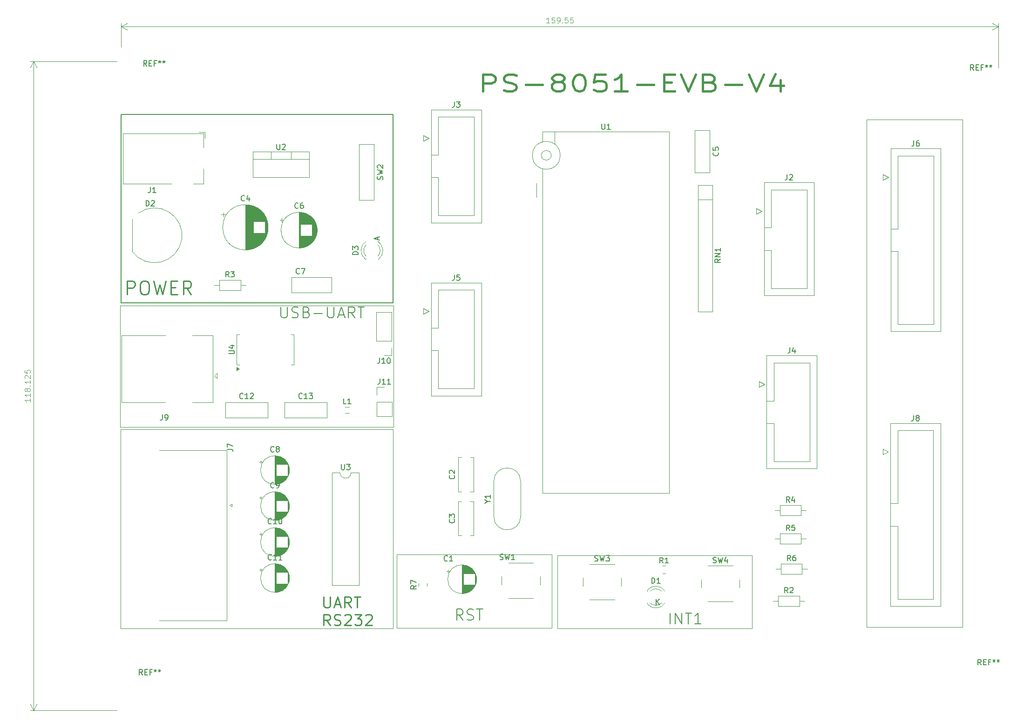
<source format=gbr>
%TF.GenerationSoftware,KiCad,Pcbnew,9.0.7*%
%TF.CreationDate,2026-01-07T21:02:37+05:30*%
%TF.ProjectId,PCB Design,50434220-4465-4736-9967-6e2e6b696361,rev?*%
%TF.SameCoordinates,Original*%
%TF.FileFunction,Legend,Top*%
%TF.FilePolarity,Positive*%
%FSLAX46Y46*%
G04 Gerber Fmt 4.6, Leading zero omitted, Abs format (unit mm)*
G04 Created by KiCad (PCBNEW 9.0.7) date 2026-01-07 21:02:37*
%MOMM*%
%LPD*%
G01*
G04 APERTURE LIST*
%ADD10C,0.100000*%
%ADD11C,0.400000*%
%ADD12C,0.250000*%
%ADD13C,0.200000*%
%ADD14C,0.150000*%
%ADD15C,0.120000*%
G04 APERTURE END LIST*
D10*
X-4292580Y-75695833D02*
X-4292580Y-76267261D01*
X-4292580Y-75981547D02*
X-5292580Y-75981547D01*
X-5292580Y-75981547D02*
X-5149723Y-76076785D01*
X-5149723Y-76076785D02*
X-5054485Y-76172023D01*
X-5054485Y-76172023D02*
X-5006866Y-76267261D01*
X-4292580Y-74743452D02*
X-4292580Y-75314880D01*
X-4292580Y-75029166D02*
X-5292580Y-75029166D01*
X-5292580Y-75029166D02*
X-5149723Y-75124404D01*
X-5149723Y-75124404D02*
X-5054485Y-75219642D01*
X-5054485Y-75219642D02*
X-5006866Y-75314880D01*
X-4864009Y-74172023D02*
X-4911628Y-74267261D01*
X-4911628Y-74267261D02*
X-4959247Y-74314880D01*
X-4959247Y-74314880D02*
X-5054485Y-74362499D01*
X-5054485Y-74362499D02*
X-5102104Y-74362499D01*
X-5102104Y-74362499D02*
X-5197342Y-74314880D01*
X-5197342Y-74314880D02*
X-5244961Y-74267261D01*
X-5244961Y-74267261D02*
X-5292580Y-74172023D01*
X-5292580Y-74172023D02*
X-5292580Y-73981547D01*
X-5292580Y-73981547D02*
X-5244961Y-73886309D01*
X-5244961Y-73886309D02*
X-5197342Y-73838690D01*
X-5197342Y-73838690D02*
X-5102104Y-73791071D01*
X-5102104Y-73791071D02*
X-5054485Y-73791071D01*
X-5054485Y-73791071D02*
X-4959247Y-73838690D01*
X-4959247Y-73838690D02*
X-4911628Y-73886309D01*
X-4911628Y-73886309D02*
X-4864009Y-73981547D01*
X-4864009Y-73981547D02*
X-4864009Y-74172023D01*
X-4864009Y-74172023D02*
X-4816390Y-74267261D01*
X-4816390Y-74267261D02*
X-4768771Y-74314880D01*
X-4768771Y-74314880D02*
X-4673533Y-74362499D01*
X-4673533Y-74362499D02*
X-4483057Y-74362499D01*
X-4483057Y-74362499D02*
X-4387819Y-74314880D01*
X-4387819Y-74314880D02*
X-4340200Y-74267261D01*
X-4340200Y-74267261D02*
X-4292580Y-74172023D01*
X-4292580Y-74172023D02*
X-4292580Y-73981547D01*
X-4292580Y-73981547D02*
X-4340200Y-73886309D01*
X-4340200Y-73886309D02*
X-4387819Y-73838690D01*
X-4387819Y-73838690D02*
X-4483057Y-73791071D01*
X-4483057Y-73791071D02*
X-4673533Y-73791071D01*
X-4673533Y-73791071D02*
X-4768771Y-73838690D01*
X-4768771Y-73838690D02*
X-4816390Y-73886309D01*
X-4816390Y-73886309D02*
X-4864009Y-73981547D01*
X-4387819Y-73362499D02*
X-4340200Y-73314880D01*
X-4340200Y-73314880D02*
X-4292580Y-73362499D01*
X-4292580Y-73362499D02*
X-4340200Y-73410118D01*
X-4340200Y-73410118D02*
X-4387819Y-73362499D01*
X-4387819Y-73362499D02*
X-4292580Y-73362499D01*
X-4292580Y-72362500D02*
X-4292580Y-72933928D01*
X-4292580Y-72648214D02*
X-5292580Y-72648214D01*
X-5292580Y-72648214D02*
X-5149723Y-72743452D01*
X-5149723Y-72743452D02*
X-5054485Y-72838690D01*
X-5054485Y-72838690D02*
X-5006866Y-72933928D01*
X-5197342Y-71981547D02*
X-5244961Y-71933928D01*
X-5244961Y-71933928D02*
X-5292580Y-71838690D01*
X-5292580Y-71838690D02*
X-5292580Y-71600595D01*
X-5292580Y-71600595D02*
X-5244961Y-71505357D01*
X-5244961Y-71505357D02*
X-5197342Y-71457738D01*
X-5197342Y-71457738D02*
X-5102104Y-71410119D01*
X-5102104Y-71410119D02*
X-5006866Y-71410119D01*
X-5006866Y-71410119D02*
X-4864009Y-71457738D01*
X-4864009Y-71457738D02*
X-4292580Y-72029166D01*
X-4292580Y-72029166D02*
X-4292580Y-71410119D01*
X-5292580Y-70505357D02*
X-5292580Y-70981547D01*
X-5292580Y-70981547D02*
X-4816390Y-71029166D01*
X-4816390Y-71029166D02*
X-4864009Y-70981547D01*
X-4864009Y-70981547D02*
X-4911628Y-70886309D01*
X-4911628Y-70886309D02*
X-4911628Y-70648214D01*
X-4911628Y-70648214D02*
X-4864009Y-70552976D01*
X-4864009Y-70552976D02*
X-4816390Y-70505357D01*
X-4816390Y-70505357D02*
X-4721152Y-70457738D01*
X-4721152Y-70457738D02*
X-4483057Y-70457738D01*
X-4483057Y-70457738D02*
X-4387819Y-70505357D01*
X-4387819Y-70505357D02*
X-4340200Y-70552976D01*
X-4340200Y-70552976D02*
X-4292580Y-70648214D01*
X-4292580Y-70648214D02*
X-4292580Y-70886309D01*
X-4292580Y-70886309D02*
X-4340200Y-70981547D01*
X-4340200Y-70981547D02*
X-4387819Y-71029166D01*
X11500000Y-14300000D02*
X-4236420Y-14300000D01*
X-4236420Y-132425000D02*
X11500000Y-132425000D01*
X-3650000Y-14300000D02*
X-3650000Y-132425000D01*
X-3650000Y-14300000D02*
X-3063579Y-15426504D01*
X-3650000Y-14300000D02*
X-4236421Y-15426504D01*
X-3650000Y-132425000D02*
X-4236421Y-131298496D01*
X-3650000Y-132425000D02*
X-3063579Y-131298496D01*
X90142857Y-7307419D02*
X89571429Y-7307419D01*
X89857143Y-7307419D02*
X89857143Y-6307419D01*
X89857143Y-6307419D02*
X89761905Y-6450276D01*
X89761905Y-6450276D02*
X89666667Y-6545514D01*
X89666667Y-6545514D02*
X89571429Y-6593133D01*
X91047619Y-6307419D02*
X90571429Y-6307419D01*
X90571429Y-6307419D02*
X90523810Y-6783609D01*
X90523810Y-6783609D02*
X90571429Y-6735990D01*
X90571429Y-6735990D02*
X90666667Y-6688371D01*
X90666667Y-6688371D02*
X90904762Y-6688371D01*
X90904762Y-6688371D02*
X91000000Y-6735990D01*
X91000000Y-6735990D02*
X91047619Y-6783609D01*
X91047619Y-6783609D02*
X91095238Y-6878847D01*
X91095238Y-6878847D02*
X91095238Y-7116942D01*
X91095238Y-7116942D02*
X91047619Y-7212180D01*
X91047619Y-7212180D02*
X91000000Y-7259800D01*
X91000000Y-7259800D02*
X90904762Y-7307419D01*
X90904762Y-7307419D02*
X90666667Y-7307419D01*
X90666667Y-7307419D02*
X90571429Y-7259800D01*
X90571429Y-7259800D02*
X90523810Y-7212180D01*
X91571429Y-7307419D02*
X91761905Y-7307419D01*
X91761905Y-7307419D02*
X91857143Y-7259800D01*
X91857143Y-7259800D02*
X91904762Y-7212180D01*
X91904762Y-7212180D02*
X92000000Y-7069323D01*
X92000000Y-7069323D02*
X92047619Y-6878847D01*
X92047619Y-6878847D02*
X92047619Y-6497895D01*
X92047619Y-6497895D02*
X92000000Y-6402657D01*
X92000000Y-6402657D02*
X91952381Y-6355038D01*
X91952381Y-6355038D02*
X91857143Y-6307419D01*
X91857143Y-6307419D02*
X91666667Y-6307419D01*
X91666667Y-6307419D02*
X91571429Y-6355038D01*
X91571429Y-6355038D02*
X91523810Y-6402657D01*
X91523810Y-6402657D02*
X91476191Y-6497895D01*
X91476191Y-6497895D02*
X91476191Y-6735990D01*
X91476191Y-6735990D02*
X91523810Y-6831228D01*
X91523810Y-6831228D02*
X91571429Y-6878847D01*
X91571429Y-6878847D02*
X91666667Y-6926466D01*
X91666667Y-6926466D02*
X91857143Y-6926466D01*
X91857143Y-6926466D02*
X91952381Y-6878847D01*
X91952381Y-6878847D02*
X92000000Y-6831228D01*
X92000000Y-6831228D02*
X92047619Y-6735990D01*
X92476191Y-7212180D02*
X92523810Y-7259800D01*
X92523810Y-7259800D02*
X92476191Y-7307419D01*
X92476191Y-7307419D02*
X92428572Y-7259800D01*
X92428572Y-7259800D02*
X92476191Y-7212180D01*
X92476191Y-7212180D02*
X92476191Y-7307419D01*
X93428571Y-6307419D02*
X92952381Y-6307419D01*
X92952381Y-6307419D02*
X92904762Y-6783609D01*
X92904762Y-6783609D02*
X92952381Y-6735990D01*
X92952381Y-6735990D02*
X93047619Y-6688371D01*
X93047619Y-6688371D02*
X93285714Y-6688371D01*
X93285714Y-6688371D02*
X93380952Y-6735990D01*
X93380952Y-6735990D02*
X93428571Y-6783609D01*
X93428571Y-6783609D02*
X93476190Y-6878847D01*
X93476190Y-6878847D02*
X93476190Y-7116942D01*
X93476190Y-7116942D02*
X93428571Y-7212180D01*
X93428571Y-7212180D02*
X93380952Y-7259800D01*
X93380952Y-7259800D02*
X93285714Y-7307419D01*
X93285714Y-7307419D02*
X93047619Y-7307419D01*
X93047619Y-7307419D02*
X92952381Y-7259800D01*
X92952381Y-7259800D02*
X92904762Y-7212180D01*
X94380952Y-6307419D02*
X93904762Y-6307419D01*
X93904762Y-6307419D02*
X93857143Y-6783609D01*
X93857143Y-6783609D02*
X93904762Y-6735990D01*
X93904762Y-6735990D02*
X94000000Y-6688371D01*
X94000000Y-6688371D02*
X94238095Y-6688371D01*
X94238095Y-6688371D02*
X94333333Y-6735990D01*
X94333333Y-6735990D02*
X94380952Y-6783609D01*
X94380952Y-6783609D02*
X94428571Y-6878847D01*
X94428571Y-6878847D02*
X94428571Y-7116942D01*
X94428571Y-7116942D02*
X94380952Y-7212180D01*
X94380952Y-7212180D02*
X94333333Y-7259800D01*
X94333333Y-7259800D02*
X94238095Y-7307419D01*
X94238095Y-7307419D02*
X94000000Y-7307419D01*
X94000000Y-7307419D02*
X93904762Y-7259800D01*
X93904762Y-7259800D02*
X93857143Y-7212180D01*
X12225000Y-11700000D02*
X12225000Y-7363580D01*
X171775000Y-7363580D02*
X171775000Y-15525000D01*
X12225000Y-7950000D02*
X171775000Y-7950000D01*
X12225000Y-7950000D02*
X13351504Y-7363579D01*
X12225000Y-7950000D02*
X13351504Y-8536421D01*
X171775000Y-7950000D02*
X170648496Y-8536421D01*
X171775000Y-7950000D02*
X170648496Y-7363579D01*
D11*
X78015537Y-19712057D02*
X78015537Y-16712057D01*
X78015537Y-16712057D02*
X79539347Y-16712057D01*
X79539347Y-16712057D02*
X79920299Y-16854914D01*
X79920299Y-16854914D02*
X80110776Y-16997771D01*
X80110776Y-16997771D02*
X80301252Y-17283485D01*
X80301252Y-17283485D02*
X80301252Y-17712057D01*
X80301252Y-17712057D02*
X80110776Y-17997771D01*
X80110776Y-17997771D02*
X79920299Y-18140628D01*
X79920299Y-18140628D02*
X79539347Y-18283485D01*
X79539347Y-18283485D02*
X78015537Y-18283485D01*
X81825061Y-19569200D02*
X82396490Y-19712057D01*
X82396490Y-19712057D02*
X83348871Y-19712057D01*
X83348871Y-19712057D02*
X83729823Y-19569200D01*
X83729823Y-19569200D02*
X83920299Y-19426342D01*
X83920299Y-19426342D02*
X84110776Y-19140628D01*
X84110776Y-19140628D02*
X84110776Y-18854914D01*
X84110776Y-18854914D02*
X83920299Y-18569200D01*
X83920299Y-18569200D02*
X83729823Y-18426342D01*
X83729823Y-18426342D02*
X83348871Y-18283485D01*
X83348871Y-18283485D02*
X82586966Y-18140628D01*
X82586966Y-18140628D02*
X82206014Y-17997771D01*
X82206014Y-17997771D02*
X82015537Y-17854914D01*
X82015537Y-17854914D02*
X81825061Y-17569200D01*
X81825061Y-17569200D02*
X81825061Y-17283485D01*
X81825061Y-17283485D02*
X82015537Y-16997771D01*
X82015537Y-16997771D02*
X82206014Y-16854914D01*
X82206014Y-16854914D02*
X82586966Y-16712057D01*
X82586966Y-16712057D02*
X83539347Y-16712057D01*
X83539347Y-16712057D02*
X84110776Y-16854914D01*
X85825061Y-18569200D02*
X88872681Y-18569200D01*
X91348871Y-17997771D02*
X90967919Y-17854914D01*
X90967919Y-17854914D02*
X90777442Y-17712057D01*
X90777442Y-17712057D02*
X90586966Y-17426342D01*
X90586966Y-17426342D02*
X90586966Y-17283485D01*
X90586966Y-17283485D02*
X90777442Y-16997771D01*
X90777442Y-16997771D02*
X90967919Y-16854914D01*
X90967919Y-16854914D02*
X91348871Y-16712057D01*
X91348871Y-16712057D02*
X92110776Y-16712057D01*
X92110776Y-16712057D02*
X92491728Y-16854914D01*
X92491728Y-16854914D02*
X92682204Y-16997771D01*
X92682204Y-16997771D02*
X92872681Y-17283485D01*
X92872681Y-17283485D02*
X92872681Y-17426342D01*
X92872681Y-17426342D02*
X92682204Y-17712057D01*
X92682204Y-17712057D02*
X92491728Y-17854914D01*
X92491728Y-17854914D02*
X92110776Y-17997771D01*
X92110776Y-17997771D02*
X91348871Y-17997771D01*
X91348871Y-17997771D02*
X90967919Y-18140628D01*
X90967919Y-18140628D02*
X90777442Y-18283485D01*
X90777442Y-18283485D02*
X90586966Y-18569200D01*
X90586966Y-18569200D02*
X90586966Y-19140628D01*
X90586966Y-19140628D02*
X90777442Y-19426342D01*
X90777442Y-19426342D02*
X90967919Y-19569200D01*
X90967919Y-19569200D02*
X91348871Y-19712057D01*
X91348871Y-19712057D02*
X92110776Y-19712057D01*
X92110776Y-19712057D02*
X92491728Y-19569200D01*
X92491728Y-19569200D02*
X92682204Y-19426342D01*
X92682204Y-19426342D02*
X92872681Y-19140628D01*
X92872681Y-19140628D02*
X92872681Y-18569200D01*
X92872681Y-18569200D02*
X92682204Y-18283485D01*
X92682204Y-18283485D02*
X92491728Y-18140628D01*
X92491728Y-18140628D02*
X92110776Y-17997771D01*
X95348871Y-16712057D02*
X95729824Y-16712057D01*
X95729824Y-16712057D02*
X96110776Y-16854914D01*
X96110776Y-16854914D02*
X96301252Y-16997771D01*
X96301252Y-16997771D02*
X96491728Y-17283485D01*
X96491728Y-17283485D02*
X96682205Y-17854914D01*
X96682205Y-17854914D02*
X96682205Y-18569200D01*
X96682205Y-18569200D02*
X96491728Y-19140628D01*
X96491728Y-19140628D02*
X96301252Y-19426342D01*
X96301252Y-19426342D02*
X96110776Y-19569200D01*
X96110776Y-19569200D02*
X95729824Y-19712057D01*
X95729824Y-19712057D02*
X95348871Y-19712057D01*
X95348871Y-19712057D02*
X94967919Y-19569200D01*
X94967919Y-19569200D02*
X94777443Y-19426342D01*
X94777443Y-19426342D02*
X94586966Y-19140628D01*
X94586966Y-19140628D02*
X94396490Y-18569200D01*
X94396490Y-18569200D02*
X94396490Y-17854914D01*
X94396490Y-17854914D02*
X94586966Y-17283485D01*
X94586966Y-17283485D02*
X94777443Y-16997771D01*
X94777443Y-16997771D02*
X94967919Y-16854914D01*
X94967919Y-16854914D02*
X95348871Y-16712057D01*
X100301252Y-16712057D02*
X98396490Y-16712057D01*
X98396490Y-16712057D02*
X98206014Y-18140628D01*
X98206014Y-18140628D02*
X98396490Y-17997771D01*
X98396490Y-17997771D02*
X98777443Y-17854914D01*
X98777443Y-17854914D02*
X99729824Y-17854914D01*
X99729824Y-17854914D02*
X100110776Y-17997771D01*
X100110776Y-17997771D02*
X100301252Y-18140628D01*
X100301252Y-18140628D02*
X100491729Y-18426342D01*
X100491729Y-18426342D02*
X100491729Y-19140628D01*
X100491729Y-19140628D02*
X100301252Y-19426342D01*
X100301252Y-19426342D02*
X100110776Y-19569200D01*
X100110776Y-19569200D02*
X99729824Y-19712057D01*
X99729824Y-19712057D02*
X98777443Y-19712057D01*
X98777443Y-19712057D02*
X98396490Y-19569200D01*
X98396490Y-19569200D02*
X98206014Y-19426342D01*
X104301253Y-19712057D02*
X102015538Y-19712057D01*
X103158395Y-19712057D02*
X103158395Y-16712057D01*
X103158395Y-16712057D02*
X102777443Y-17140628D01*
X102777443Y-17140628D02*
X102396491Y-17426342D01*
X102396491Y-17426342D02*
X102015538Y-17569200D01*
X106015538Y-18569200D02*
X109063158Y-18569200D01*
X110967919Y-18140628D02*
X112301253Y-18140628D01*
X112872681Y-19712057D02*
X110967919Y-19712057D01*
X110967919Y-19712057D02*
X110967919Y-16712057D01*
X110967919Y-16712057D02*
X112872681Y-16712057D01*
X114015539Y-16712057D02*
X115348872Y-19712057D01*
X115348872Y-19712057D02*
X116682206Y-16712057D01*
X119348872Y-18140628D02*
X119920300Y-18283485D01*
X119920300Y-18283485D02*
X120110777Y-18426342D01*
X120110777Y-18426342D02*
X120301253Y-18712057D01*
X120301253Y-18712057D02*
X120301253Y-19140628D01*
X120301253Y-19140628D02*
X120110777Y-19426342D01*
X120110777Y-19426342D02*
X119920300Y-19569200D01*
X119920300Y-19569200D02*
X119539348Y-19712057D01*
X119539348Y-19712057D02*
X118015538Y-19712057D01*
X118015538Y-19712057D02*
X118015538Y-16712057D01*
X118015538Y-16712057D02*
X119348872Y-16712057D01*
X119348872Y-16712057D02*
X119729824Y-16854914D01*
X119729824Y-16854914D02*
X119920300Y-16997771D01*
X119920300Y-16997771D02*
X120110777Y-17283485D01*
X120110777Y-17283485D02*
X120110777Y-17569200D01*
X120110777Y-17569200D02*
X119920300Y-17854914D01*
X119920300Y-17854914D02*
X119729824Y-17997771D01*
X119729824Y-17997771D02*
X119348872Y-18140628D01*
X119348872Y-18140628D02*
X118015538Y-18140628D01*
X122015538Y-18569200D02*
X125063158Y-18569200D01*
X126396491Y-16712057D02*
X127729824Y-19712057D01*
X127729824Y-19712057D02*
X129063158Y-16712057D01*
X132110776Y-17712057D02*
X132110776Y-19712057D01*
X131158395Y-16569200D02*
X130206014Y-18712057D01*
X130206014Y-18712057D02*
X132682205Y-18712057D01*
D12*
X13309711Y-56731047D02*
X13309711Y-54231047D01*
X13309711Y-54231047D02*
X14262092Y-54231047D01*
X14262092Y-54231047D02*
X14500187Y-54350095D01*
X14500187Y-54350095D02*
X14619234Y-54469142D01*
X14619234Y-54469142D02*
X14738282Y-54707238D01*
X14738282Y-54707238D02*
X14738282Y-55064380D01*
X14738282Y-55064380D02*
X14619234Y-55302476D01*
X14619234Y-55302476D02*
X14500187Y-55421523D01*
X14500187Y-55421523D02*
X14262092Y-55540571D01*
X14262092Y-55540571D02*
X13309711Y-55540571D01*
X16285901Y-54231047D02*
X16762092Y-54231047D01*
X16762092Y-54231047D02*
X17000187Y-54350095D01*
X17000187Y-54350095D02*
X17238282Y-54588190D01*
X17238282Y-54588190D02*
X17357330Y-55064380D01*
X17357330Y-55064380D02*
X17357330Y-55897714D01*
X17357330Y-55897714D02*
X17238282Y-56373904D01*
X17238282Y-56373904D02*
X17000187Y-56612000D01*
X17000187Y-56612000D02*
X16762092Y-56731047D01*
X16762092Y-56731047D02*
X16285901Y-56731047D01*
X16285901Y-56731047D02*
X16047806Y-56612000D01*
X16047806Y-56612000D02*
X15809711Y-56373904D01*
X15809711Y-56373904D02*
X15690663Y-55897714D01*
X15690663Y-55897714D02*
X15690663Y-55064380D01*
X15690663Y-55064380D02*
X15809711Y-54588190D01*
X15809711Y-54588190D02*
X16047806Y-54350095D01*
X16047806Y-54350095D02*
X16285901Y-54231047D01*
X18190663Y-54231047D02*
X18785901Y-56731047D01*
X18785901Y-56731047D02*
X19262092Y-54945333D01*
X19262092Y-54945333D02*
X19738282Y-56731047D01*
X19738282Y-56731047D02*
X20333521Y-54231047D01*
X21285902Y-55421523D02*
X22119235Y-55421523D01*
X22476378Y-56731047D02*
X21285902Y-56731047D01*
X21285902Y-56731047D02*
X21285902Y-54231047D01*
X21285902Y-54231047D02*
X22476378Y-54231047D01*
X24976378Y-56731047D02*
X24143045Y-55540571D01*
X23547807Y-56731047D02*
X23547807Y-54231047D01*
X23547807Y-54231047D02*
X24500188Y-54231047D01*
X24500188Y-54231047D02*
X24738283Y-54350095D01*
X24738283Y-54350095D02*
X24857330Y-54469142D01*
X24857330Y-54469142D02*
X24976378Y-54707238D01*
X24976378Y-54707238D02*
X24976378Y-55064380D01*
X24976378Y-55064380D02*
X24857330Y-55302476D01*
X24857330Y-55302476D02*
X24738283Y-55421523D01*
X24738283Y-55421523D02*
X24500188Y-55540571D01*
X24500188Y-55540571D02*
X23547807Y-55540571D01*
D13*
X41307768Y-58994838D02*
X41307768Y-60613885D01*
X41307768Y-60613885D02*
X41403006Y-60804361D01*
X41403006Y-60804361D02*
X41498244Y-60899600D01*
X41498244Y-60899600D02*
X41688720Y-60994838D01*
X41688720Y-60994838D02*
X42069673Y-60994838D01*
X42069673Y-60994838D02*
X42260149Y-60899600D01*
X42260149Y-60899600D02*
X42355387Y-60804361D01*
X42355387Y-60804361D02*
X42450625Y-60613885D01*
X42450625Y-60613885D02*
X42450625Y-58994838D01*
X43307768Y-60899600D02*
X43593482Y-60994838D01*
X43593482Y-60994838D02*
X44069673Y-60994838D01*
X44069673Y-60994838D02*
X44260149Y-60899600D01*
X44260149Y-60899600D02*
X44355387Y-60804361D01*
X44355387Y-60804361D02*
X44450625Y-60613885D01*
X44450625Y-60613885D02*
X44450625Y-60423409D01*
X44450625Y-60423409D02*
X44355387Y-60232933D01*
X44355387Y-60232933D02*
X44260149Y-60137695D01*
X44260149Y-60137695D02*
X44069673Y-60042457D01*
X44069673Y-60042457D02*
X43688720Y-59947219D01*
X43688720Y-59947219D02*
X43498244Y-59851980D01*
X43498244Y-59851980D02*
X43403006Y-59756742D01*
X43403006Y-59756742D02*
X43307768Y-59566266D01*
X43307768Y-59566266D02*
X43307768Y-59375790D01*
X43307768Y-59375790D02*
X43403006Y-59185314D01*
X43403006Y-59185314D02*
X43498244Y-59090076D01*
X43498244Y-59090076D02*
X43688720Y-58994838D01*
X43688720Y-58994838D02*
X44164911Y-58994838D01*
X44164911Y-58994838D02*
X44450625Y-59090076D01*
X45974435Y-59947219D02*
X46260149Y-60042457D01*
X46260149Y-60042457D02*
X46355387Y-60137695D01*
X46355387Y-60137695D02*
X46450625Y-60328171D01*
X46450625Y-60328171D02*
X46450625Y-60613885D01*
X46450625Y-60613885D02*
X46355387Y-60804361D01*
X46355387Y-60804361D02*
X46260149Y-60899600D01*
X46260149Y-60899600D02*
X46069673Y-60994838D01*
X46069673Y-60994838D02*
X45307768Y-60994838D01*
X45307768Y-60994838D02*
X45307768Y-58994838D01*
X45307768Y-58994838D02*
X45974435Y-58994838D01*
X45974435Y-58994838D02*
X46164911Y-59090076D01*
X46164911Y-59090076D02*
X46260149Y-59185314D01*
X46260149Y-59185314D02*
X46355387Y-59375790D01*
X46355387Y-59375790D02*
X46355387Y-59566266D01*
X46355387Y-59566266D02*
X46260149Y-59756742D01*
X46260149Y-59756742D02*
X46164911Y-59851980D01*
X46164911Y-59851980D02*
X45974435Y-59947219D01*
X45974435Y-59947219D02*
X45307768Y-59947219D01*
X47307768Y-60232933D02*
X48831578Y-60232933D01*
X49783958Y-58994838D02*
X49783958Y-60613885D01*
X49783958Y-60613885D02*
X49879196Y-60804361D01*
X49879196Y-60804361D02*
X49974434Y-60899600D01*
X49974434Y-60899600D02*
X50164910Y-60994838D01*
X50164910Y-60994838D02*
X50545863Y-60994838D01*
X50545863Y-60994838D02*
X50736339Y-60899600D01*
X50736339Y-60899600D02*
X50831577Y-60804361D01*
X50831577Y-60804361D02*
X50926815Y-60613885D01*
X50926815Y-60613885D02*
X50926815Y-58994838D01*
X51783958Y-60423409D02*
X52736339Y-60423409D01*
X51593482Y-60994838D02*
X52260148Y-58994838D01*
X52260148Y-58994838D02*
X52926815Y-60994838D01*
X54736339Y-60994838D02*
X54069672Y-60042457D01*
X53593482Y-60994838D02*
X53593482Y-58994838D01*
X53593482Y-58994838D02*
X54355387Y-58994838D01*
X54355387Y-58994838D02*
X54545863Y-59090076D01*
X54545863Y-59090076D02*
X54641101Y-59185314D01*
X54641101Y-59185314D02*
X54736339Y-59375790D01*
X54736339Y-59375790D02*
X54736339Y-59661504D01*
X54736339Y-59661504D02*
X54641101Y-59851980D01*
X54641101Y-59851980D02*
X54545863Y-59947219D01*
X54545863Y-59947219D02*
X54355387Y-60042457D01*
X54355387Y-60042457D02*
X53593482Y-60042457D01*
X55307768Y-58994838D02*
X56450625Y-58994838D01*
X55879196Y-60994838D02*
X55879196Y-58994838D01*
D12*
X49090663Y-111722350D02*
X49090663Y-113341397D01*
X49090663Y-113341397D02*
X49185901Y-113531873D01*
X49185901Y-113531873D02*
X49281139Y-113627112D01*
X49281139Y-113627112D02*
X49471615Y-113722350D01*
X49471615Y-113722350D02*
X49852568Y-113722350D01*
X49852568Y-113722350D02*
X50043044Y-113627112D01*
X50043044Y-113627112D02*
X50138282Y-113531873D01*
X50138282Y-113531873D02*
X50233520Y-113341397D01*
X50233520Y-113341397D02*
X50233520Y-111722350D01*
X51090663Y-113150921D02*
X52043044Y-113150921D01*
X50900187Y-113722350D02*
X51566853Y-111722350D01*
X51566853Y-111722350D02*
X52233520Y-113722350D01*
X54043044Y-113722350D02*
X53376377Y-112769969D01*
X52900187Y-113722350D02*
X52900187Y-111722350D01*
X52900187Y-111722350D02*
X53662092Y-111722350D01*
X53662092Y-111722350D02*
X53852568Y-111817588D01*
X53852568Y-111817588D02*
X53947806Y-111912826D01*
X53947806Y-111912826D02*
X54043044Y-112103302D01*
X54043044Y-112103302D02*
X54043044Y-112389016D01*
X54043044Y-112389016D02*
X53947806Y-112579492D01*
X53947806Y-112579492D02*
X53852568Y-112674731D01*
X53852568Y-112674731D02*
X53662092Y-112769969D01*
X53662092Y-112769969D02*
X52900187Y-112769969D01*
X54614473Y-111722350D02*
X55757330Y-111722350D01*
X55185901Y-113722350D02*
X55185901Y-111722350D01*
X50233520Y-116942238D02*
X49566853Y-115989857D01*
X49090663Y-116942238D02*
X49090663Y-114942238D01*
X49090663Y-114942238D02*
X49852568Y-114942238D01*
X49852568Y-114942238D02*
X50043044Y-115037476D01*
X50043044Y-115037476D02*
X50138282Y-115132714D01*
X50138282Y-115132714D02*
X50233520Y-115323190D01*
X50233520Y-115323190D02*
X50233520Y-115608904D01*
X50233520Y-115608904D02*
X50138282Y-115799380D01*
X50138282Y-115799380D02*
X50043044Y-115894619D01*
X50043044Y-115894619D02*
X49852568Y-115989857D01*
X49852568Y-115989857D02*
X49090663Y-115989857D01*
X50995425Y-116847000D02*
X51281139Y-116942238D01*
X51281139Y-116942238D02*
X51757330Y-116942238D01*
X51757330Y-116942238D02*
X51947806Y-116847000D01*
X51947806Y-116847000D02*
X52043044Y-116751761D01*
X52043044Y-116751761D02*
X52138282Y-116561285D01*
X52138282Y-116561285D02*
X52138282Y-116370809D01*
X52138282Y-116370809D02*
X52043044Y-116180333D01*
X52043044Y-116180333D02*
X51947806Y-116085095D01*
X51947806Y-116085095D02*
X51757330Y-115989857D01*
X51757330Y-115989857D02*
X51376377Y-115894619D01*
X51376377Y-115894619D02*
X51185901Y-115799380D01*
X51185901Y-115799380D02*
X51090663Y-115704142D01*
X51090663Y-115704142D02*
X50995425Y-115513666D01*
X50995425Y-115513666D02*
X50995425Y-115323190D01*
X50995425Y-115323190D02*
X51090663Y-115132714D01*
X51090663Y-115132714D02*
X51185901Y-115037476D01*
X51185901Y-115037476D02*
X51376377Y-114942238D01*
X51376377Y-114942238D02*
X51852568Y-114942238D01*
X51852568Y-114942238D02*
X52138282Y-115037476D01*
X52900187Y-115132714D02*
X52995425Y-115037476D01*
X52995425Y-115037476D02*
X53185901Y-114942238D01*
X53185901Y-114942238D02*
X53662092Y-114942238D01*
X53662092Y-114942238D02*
X53852568Y-115037476D01*
X53852568Y-115037476D02*
X53947806Y-115132714D01*
X53947806Y-115132714D02*
X54043044Y-115323190D01*
X54043044Y-115323190D02*
X54043044Y-115513666D01*
X54043044Y-115513666D02*
X53947806Y-115799380D01*
X53947806Y-115799380D02*
X52804949Y-116942238D01*
X52804949Y-116942238D02*
X54043044Y-116942238D01*
X54709711Y-114942238D02*
X55947806Y-114942238D01*
X55947806Y-114942238D02*
X55281139Y-115704142D01*
X55281139Y-115704142D02*
X55566854Y-115704142D01*
X55566854Y-115704142D02*
X55757330Y-115799380D01*
X55757330Y-115799380D02*
X55852568Y-115894619D01*
X55852568Y-115894619D02*
X55947806Y-116085095D01*
X55947806Y-116085095D02*
X55947806Y-116561285D01*
X55947806Y-116561285D02*
X55852568Y-116751761D01*
X55852568Y-116751761D02*
X55757330Y-116847000D01*
X55757330Y-116847000D02*
X55566854Y-116942238D01*
X55566854Y-116942238D02*
X54995425Y-116942238D01*
X54995425Y-116942238D02*
X54804949Y-116847000D01*
X54804949Y-116847000D02*
X54709711Y-116751761D01*
X56709711Y-115132714D02*
X56804949Y-115037476D01*
X56804949Y-115037476D02*
X56995425Y-114942238D01*
X56995425Y-114942238D02*
X57471616Y-114942238D01*
X57471616Y-114942238D02*
X57662092Y-115037476D01*
X57662092Y-115037476D02*
X57757330Y-115132714D01*
X57757330Y-115132714D02*
X57852568Y-115323190D01*
X57852568Y-115323190D02*
X57852568Y-115513666D01*
X57852568Y-115513666D02*
X57757330Y-115799380D01*
X57757330Y-115799380D02*
X56614473Y-116942238D01*
X56614473Y-116942238D02*
X57852568Y-116942238D01*
D13*
X112057768Y-116694838D02*
X112057768Y-114694838D01*
X113010149Y-116694838D02*
X113010149Y-114694838D01*
X113010149Y-114694838D02*
X114153006Y-116694838D01*
X114153006Y-116694838D02*
X114153006Y-114694838D01*
X114819673Y-114694838D02*
X115962530Y-114694838D01*
X115391101Y-116694838D02*
X115391101Y-114694838D01*
X117676816Y-116694838D02*
X116533959Y-116694838D01*
X117105387Y-116694838D02*
X117105387Y-114694838D01*
X117105387Y-114694838D02*
X116914911Y-114980552D01*
X116914911Y-114980552D02*
X116724435Y-115171028D01*
X116724435Y-115171028D02*
X116533959Y-115266266D01*
X74400625Y-115994838D02*
X73733958Y-115042457D01*
X73257768Y-115994838D02*
X73257768Y-113994838D01*
X73257768Y-113994838D02*
X74019673Y-113994838D01*
X74019673Y-113994838D02*
X74210149Y-114090076D01*
X74210149Y-114090076D02*
X74305387Y-114185314D01*
X74305387Y-114185314D02*
X74400625Y-114375790D01*
X74400625Y-114375790D02*
X74400625Y-114661504D01*
X74400625Y-114661504D02*
X74305387Y-114851980D01*
X74305387Y-114851980D02*
X74210149Y-114947219D01*
X74210149Y-114947219D02*
X74019673Y-115042457D01*
X74019673Y-115042457D02*
X73257768Y-115042457D01*
X75162530Y-115899600D02*
X75448244Y-115994838D01*
X75448244Y-115994838D02*
X75924435Y-115994838D01*
X75924435Y-115994838D02*
X76114911Y-115899600D01*
X76114911Y-115899600D02*
X76210149Y-115804361D01*
X76210149Y-115804361D02*
X76305387Y-115613885D01*
X76305387Y-115613885D02*
X76305387Y-115423409D01*
X76305387Y-115423409D02*
X76210149Y-115232933D01*
X76210149Y-115232933D02*
X76114911Y-115137695D01*
X76114911Y-115137695D02*
X75924435Y-115042457D01*
X75924435Y-115042457D02*
X75543482Y-114947219D01*
X75543482Y-114947219D02*
X75353006Y-114851980D01*
X75353006Y-114851980D02*
X75257768Y-114756742D01*
X75257768Y-114756742D02*
X75162530Y-114566266D01*
X75162530Y-114566266D02*
X75162530Y-114375790D01*
X75162530Y-114375790D02*
X75257768Y-114185314D01*
X75257768Y-114185314D02*
X75353006Y-114090076D01*
X75353006Y-114090076D02*
X75543482Y-113994838D01*
X75543482Y-113994838D02*
X76019673Y-113994838D01*
X76019673Y-113994838D02*
X76305387Y-114090076D01*
X76876816Y-113994838D02*
X78019673Y-113994838D01*
X77448244Y-115994838D02*
X77448244Y-113994838D01*
D10*
X147800000Y-24900000D02*
X165250000Y-24900000D01*
X165250000Y-117250000D01*
X147800000Y-117250000D01*
X147800000Y-24900000D01*
X91550000Y-104200000D02*
X126950000Y-104200000D01*
X126950000Y-117550000D01*
X91550000Y-117550000D01*
X91550000Y-104200000D01*
X62350000Y-104050000D02*
X90550000Y-104050000D01*
X90550000Y-117450000D01*
X62350000Y-117450000D01*
X62350000Y-104050000D01*
X12149000Y-81279000D02*
X61649000Y-81279000D01*
X61649000Y-117479000D01*
X12149000Y-117479000D01*
X12149000Y-81279000D01*
X12050000Y-58750000D02*
X61800000Y-58750000D01*
X61800000Y-80850000D01*
X12050000Y-80850000D01*
X12050000Y-58750000D01*
D13*
X12200000Y-23950000D02*
X61700000Y-23950000D01*
X61700000Y-58250000D01*
X12200000Y-58250000D01*
X12200000Y-23950000D01*
D14*
X40548095Y-29354819D02*
X40548095Y-30164342D01*
X40548095Y-30164342D02*
X40595714Y-30259580D01*
X40595714Y-30259580D02*
X40643333Y-30307200D01*
X40643333Y-30307200D02*
X40738571Y-30354819D01*
X40738571Y-30354819D02*
X40929047Y-30354819D01*
X40929047Y-30354819D02*
X41024285Y-30307200D01*
X41024285Y-30307200D02*
X41071904Y-30259580D01*
X41071904Y-30259580D02*
X41119523Y-30164342D01*
X41119523Y-30164342D02*
X41119523Y-29354819D01*
X41548095Y-29450057D02*
X41595714Y-29402438D01*
X41595714Y-29402438D02*
X41690952Y-29354819D01*
X41690952Y-29354819D02*
X41929047Y-29354819D01*
X41929047Y-29354819D02*
X42024285Y-29402438D01*
X42024285Y-29402438D02*
X42071904Y-29450057D01*
X42071904Y-29450057D02*
X42119523Y-29545295D01*
X42119523Y-29545295D02*
X42119523Y-29640533D01*
X42119523Y-29640533D02*
X42071904Y-29783390D01*
X42071904Y-29783390D02*
X41500476Y-30354819D01*
X41500476Y-30354819D02*
X42119523Y-30354819D01*
X34683333Y-39609580D02*
X34635714Y-39657200D01*
X34635714Y-39657200D02*
X34492857Y-39704819D01*
X34492857Y-39704819D02*
X34397619Y-39704819D01*
X34397619Y-39704819D02*
X34254762Y-39657200D01*
X34254762Y-39657200D02*
X34159524Y-39561961D01*
X34159524Y-39561961D02*
X34111905Y-39466723D01*
X34111905Y-39466723D02*
X34064286Y-39276247D01*
X34064286Y-39276247D02*
X34064286Y-39133390D01*
X34064286Y-39133390D02*
X34111905Y-38942914D01*
X34111905Y-38942914D02*
X34159524Y-38847676D01*
X34159524Y-38847676D02*
X34254762Y-38752438D01*
X34254762Y-38752438D02*
X34397619Y-38704819D01*
X34397619Y-38704819D02*
X34492857Y-38704819D01*
X34492857Y-38704819D02*
X34635714Y-38752438D01*
X34635714Y-38752438D02*
X34683333Y-38800057D01*
X35540476Y-39038152D02*
X35540476Y-39704819D01*
X35302381Y-38657200D02*
X35064286Y-39371485D01*
X35064286Y-39371485D02*
X35683333Y-39371485D01*
X156336666Y-78724819D02*
X156336666Y-79439104D01*
X156336666Y-79439104D02*
X156289047Y-79581961D01*
X156289047Y-79581961D02*
X156193809Y-79677200D01*
X156193809Y-79677200D02*
X156050952Y-79724819D01*
X156050952Y-79724819D02*
X155955714Y-79724819D01*
X156955714Y-79153390D02*
X156860476Y-79105771D01*
X156860476Y-79105771D02*
X156812857Y-79058152D01*
X156812857Y-79058152D02*
X156765238Y-78962914D01*
X156765238Y-78962914D02*
X156765238Y-78915295D01*
X156765238Y-78915295D02*
X156812857Y-78820057D01*
X156812857Y-78820057D02*
X156860476Y-78772438D01*
X156860476Y-78772438D02*
X156955714Y-78724819D01*
X156955714Y-78724819D02*
X157146190Y-78724819D01*
X157146190Y-78724819D02*
X157241428Y-78772438D01*
X157241428Y-78772438D02*
X157289047Y-78820057D01*
X157289047Y-78820057D02*
X157336666Y-78915295D01*
X157336666Y-78915295D02*
X157336666Y-78962914D01*
X157336666Y-78962914D02*
X157289047Y-79058152D01*
X157289047Y-79058152D02*
X157241428Y-79105771D01*
X157241428Y-79105771D02*
X157146190Y-79153390D01*
X157146190Y-79153390D02*
X156955714Y-79153390D01*
X156955714Y-79153390D02*
X156860476Y-79201009D01*
X156860476Y-79201009D02*
X156812857Y-79248628D01*
X156812857Y-79248628D02*
X156765238Y-79343866D01*
X156765238Y-79343866D02*
X156765238Y-79534342D01*
X156765238Y-79534342D02*
X156812857Y-79629580D01*
X156812857Y-79629580D02*
X156860476Y-79677200D01*
X156860476Y-79677200D02*
X156955714Y-79724819D01*
X156955714Y-79724819D02*
X157146190Y-79724819D01*
X157146190Y-79724819D02*
X157241428Y-79677200D01*
X157241428Y-79677200D02*
X157289047Y-79629580D01*
X157289047Y-79629580D02*
X157336666Y-79534342D01*
X157336666Y-79534342D02*
X157336666Y-79343866D01*
X157336666Y-79343866D02*
X157289047Y-79248628D01*
X157289047Y-79248628D02*
X157241428Y-79201009D01*
X157241428Y-79201009D02*
X157146190Y-79153390D01*
X156376666Y-28724819D02*
X156376666Y-29439104D01*
X156376666Y-29439104D02*
X156329047Y-29581961D01*
X156329047Y-29581961D02*
X156233809Y-29677200D01*
X156233809Y-29677200D02*
X156090952Y-29724819D01*
X156090952Y-29724819D02*
X155995714Y-29724819D01*
X157281428Y-28724819D02*
X157090952Y-28724819D01*
X157090952Y-28724819D02*
X156995714Y-28772438D01*
X156995714Y-28772438D02*
X156948095Y-28820057D01*
X156948095Y-28820057D02*
X156852857Y-28962914D01*
X156852857Y-28962914D02*
X156805238Y-29153390D01*
X156805238Y-29153390D02*
X156805238Y-29534342D01*
X156805238Y-29534342D02*
X156852857Y-29629580D01*
X156852857Y-29629580D02*
X156900476Y-29677200D01*
X156900476Y-29677200D02*
X156995714Y-29724819D01*
X156995714Y-29724819D02*
X157186190Y-29724819D01*
X157186190Y-29724819D02*
X157281428Y-29677200D01*
X157281428Y-29677200D02*
X157329047Y-29629580D01*
X157329047Y-29629580D02*
X157376666Y-29534342D01*
X157376666Y-29534342D02*
X157376666Y-29296247D01*
X157376666Y-29296247D02*
X157329047Y-29201009D01*
X157329047Y-29201009D02*
X157281428Y-29153390D01*
X157281428Y-29153390D02*
X157186190Y-29105771D01*
X157186190Y-29105771D02*
X156995714Y-29105771D01*
X156995714Y-29105771D02*
X156900476Y-29153390D01*
X156900476Y-29153390D02*
X156852857Y-29201009D01*
X156852857Y-29201009D02*
X156805238Y-29296247D01*
X72836666Y-53144819D02*
X72836666Y-53859104D01*
X72836666Y-53859104D02*
X72789047Y-54001961D01*
X72789047Y-54001961D02*
X72693809Y-54097200D01*
X72693809Y-54097200D02*
X72550952Y-54144819D01*
X72550952Y-54144819D02*
X72455714Y-54144819D01*
X73789047Y-53144819D02*
X73312857Y-53144819D01*
X73312857Y-53144819D02*
X73265238Y-53621009D01*
X73265238Y-53621009D02*
X73312857Y-53573390D01*
X73312857Y-53573390D02*
X73408095Y-53525771D01*
X73408095Y-53525771D02*
X73646190Y-53525771D01*
X73646190Y-53525771D02*
X73741428Y-53573390D01*
X73741428Y-53573390D02*
X73789047Y-53621009D01*
X73789047Y-53621009D02*
X73836666Y-53716247D01*
X73836666Y-53716247D02*
X73836666Y-53954342D01*
X73836666Y-53954342D02*
X73789047Y-54049580D01*
X73789047Y-54049580D02*
X73741428Y-54097200D01*
X73741428Y-54097200D02*
X73646190Y-54144819D01*
X73646190Y-54144819D02*
X73408095Y-54144819D01*
X73408095Y-54144819D02*
X73312857Y-54097200D01*
X73312857Y-54097200D02*
X73265238Y-54049580D01*
X59240476Y-68264819D02*
X59240476Y-68979104D01*
X59240476Y-68979104D02*
X59192857Y-69121961D01*
X59192857Y-69121961D02*
X59097619Y-69217200D01*
X59097619Y-69217200D02*
X58954762Y-69264819D01*
X58954762Y-69264819D02*
X58859524Y-69264819D01*
X60240476Y-69264819D02*
X59669048Y-69264819D01*
X59954762Y-69264819D02*
X59954762Y-68264819D01*
X59954762Y-68264819D02*
X59859524Y-68407676D01*
X59859524Y-68407676D02*
X59764286Y-68502914D01*
X59764286Y-68502914D02*
X59669048Y-68550533D01*
X60859524Y-68264819D02*
X60954762Y-68264819D01*
X60954762Y-68264819D02*
X61050000Y-68312438D01*
X61050000Y-68312438D02*
X61097619Y-68360057D01*
X61097619Y-68360057D02*
X61145238Y-68455295D01*
X61145238Y-68455295D02*
X61192857Y-68645771D01*
X61192857Y-68645771D02*
X61192857Y-68883866D01*
X61192857Y-68883866D02*
X61145238Y-69074342D01*
X61145238Y-69074342D02*
X61097619Y-69169580D01*
X61097619Y-69169580D02*
X61050000Y-69217200D01*
X61050000Y-69217200D02*
X60954762Y-69264819D01*
X60954762Y-69264819D02*
X60859524Y-69264819D01*
X60859524Y-69264819D02*
X60764286Y-69217200D01*
X60764286Y-69217200D02*
X60716667Y-69169580D01*
X60716667Y-69169580D02*
X60669048Y-69074342D01*
X60669048Y-69074342D02*
X60621429Y-68883866D01*
X60621429Y-68883866D02*
X60621429Y-68645771D01*
X60621429Y-68645771D02*
X60669048Y-68455295D01*
X60669048Y-68455295D02*
X60716667Y-68360057D01*
X60716667Y-68360057D02*
X60764286Y-68312438D01*
X60764286Y-68312438D02*
X60859524Y-68264819D01*
X59290476Y-72049819D02*
X59290476Y-72764104D01*
X59290476Y-72764104D02*
X59242857Y-72906961D01*
X59242857Y-72906961D02*
X59147619Y-73002200D01*
X59147619Y-73002200D02*
X59004762Y-73049819D01*
X59004762Y-73049819D02*
X58909524Y-73049819D01*
X60290476Y-73049819D02*
X59719048Y-73049819D01*
X60004762Y-73049819D02*
X60004762Y-72049819D01*
X60004762Y-72049819D02*
X59909524Y-72192676D01*
X59909524Y-72192676D02*
X59814286Y-72287914D01*
X59814286Y-72287914D02*
X59719048Y-72335533D01*
X61242857Y-73049819D02*
X60671429Y-73049819D01*
X60957143Y-73049819D02*
X60957143Y-72049819D01*
X60957143Y-72049819D02*
X60861905Y-72192676D01*
X60861905Y-72192676D02*
X60766667Y-72287914D01*
X60766667Y-72287914D02*
X60671429Y-72335533D01*
X34407142Y-75609580D02*
X34359523Y-75657200D01*
X34359523Y-75657200D02*
X34216666Y-75704819D01*
X34216666Y-75704819D02*
X34121428Y-75704819D01*
X34121428Y-75704819D02*
X33978571Y-75657200D01*
X33978571Y-75657200D02*
X33883333Y-75561961D01*
X33883333Y-75561961D02*
X33835714Y-75466723D01*
X33835714Y-75466723D02*
X33788095Y-75276247D01*
X33788095Y-75276247D02*
X33788095Y-75133390D01*
X33788095Y-75133390D02*
X33835714Y-74942914D01*
X33835714Y-74942914D02*
X33883333Y-74847676D01*
X33883333Y-74847676D02*
X33978571Y-74752438D01*
X33978571Y-74752438D02*
X34121428Y-74704819D01*
X34121428Y-74704819D02*
X34216666Y-74704819D01*
X34216666Y-74704819D02*
X34359523Y-74752438D01*
X34359523Y-74752438D02*
X34407142Y-74800057D01*
X35359523Y-75704819D02*
X34788095Y-75704819D01*
X35073809Y-75704819D02*
X35073809Y-74704819D01*
X35073809Y-74704819D02*
X34978571Y-74847676D01*
X34978571Y-74847676D02*
X34883333Y-74942914D01*
X34883333Y-74942914D02*
X34788095Y-74990533D01*
X35740476Y-74800057D02*
X35788095Y-74752438D01*
X35788095Y-74752438D02*
X35883333Y-74704819D01*
X35883333Y-74704819D02*
X36121428Y-74704819D01*
X36121428Y-74704819D02*
X36216666Y-74752438D01*
X36216666Y-74752438D02*
X36264285Y-74800057D01*
X36264285Y-74800057D02*
X36311904Y-74895295D01*
X36311904Y-74895295D02*
X36311904Y-74990533D01*
X36311904Y-74990533D02*
X36264285Y-75133390D01*
X36264285Y-75133390D02*
X35692857Y-75704819D01*
X35692857Y-75704819D02*
X36311904Y-75704819D01*
X99608095Y-25644819D02*
X99608095Y-26454342D01*
X99608095Y-26454342D02*
X99655714Y-26549580D01*
X99655714Y-26549580D02*
X99703333Y-26597200D01*
X99703333Y-26597200D02*
X99798571Y-26644819D01*
X99798571Y-26644819D02*
X99989047Y-26644819D01*
X99989047Y-26644819D02*
X100084285Y-26597200D01*
X100084285Y-26597200D02*
X100131904Y-26549580D01*
X100131904Y-26549580D02*
X100179523Y-26454342D01*
X100179523Y-26454342D02*
X100179523Y-25644819D01*
X101179523Y-26644819D02*
X100608095Y-26644819D01*
X100893809Y-26644819D02*
X100893809Y-25644819D01*
X100893809Y-25644819D02*
X100798571Y-25787676D01*
X100798571Y-25787676D02*
X100703333Y-25882914D01*
X100703333Y-25882914D02*
X100608095Y-25930533D01*
X59797200Y-35793332D02*
X59844819Y-35650475D01*
X59844819Y-35650475D02*
X59844819Y-35412380D01*
X59844819Y-35412380D02*
X59797200Y-35317142D01*
X59797200Y-35317142D02*
X59749580Y-35269523D01*
X59749580Y-35269523D02*
X59654342Y-35221904D01*
X59654342Y-35221904D02*
X59559104Y-35221904D01*
X59559104Y-35221904D02*
X59463866Y-35269523D01*
X59463866Y-35269523D02*
X59416247Y-35317142D01*
X59416247Y-35317142D02*
X59368628Y-35412380D01*
X59368628Y-35412380D02*
X59321009Y-35602856D01*
X59321009Y-35602856D02*
X59273390Y-35698094D01*
X59273390Y-35698094D02*
X59225771Y-35745713D01*
X59225771Y-35745713D02*
X59130533Y-35793332D01*
X59130533Y-35793332D02*
X59035295Y-35793332D01*
X59035295Y-35793332D02*
X58940057Y-35745713D01*
X58940057Y-35745713D02*
X58892438Y-35698094D01*
X58892438Y-35698094D02*
X58844819Y-35602856D01*
X58844819Y-35602856D02*
X58844819Y-35364761D01*
X58844819Y-35364761D02*
X58892438Y-35221904D01*
X58844819Y-34888570D02*
X59844819Y-34650475D01*
X59844819Y-34650475D02*
X59130533Y-34459999D01*
X59130533Y-34459999D02*
X59844819Y-34269523D01*
X59844819Y-34269523D02*
X58844819Y-34031428D01*
X58940057Y-33698094D02*
X58892438Y-33650475D01*
X58892438Y-33650475D02*
X58844819Y-33555237D01*
X58844819Y-33555237D02*
X58844819Y-33317142D01*
X58844819Y-33317142D02*
X58892438Y-33221904D01*
X58892438Y-33221904D02*
X58940057Y-33174285D01*
X58940057Y-33174285D02*
X59035295Y-33126666D01*
X59035295Y-33126666D02*
X59130533Y-33126666D01*
X59130533Y-33126666D02*
X59273390Y-33174285D01*
X59273390Y-33174285D02*
X59844819Y-33745713D01*
X59844819Y-33745713D02*
X59844819Y-33126666D01*
X19754166Y-78604819D02*
X19754166Y-79319104D01*
X19754166Y-79319104D02*
X19706547Y-79461961D01*
X19706547Y-79461961D02*
X19611309Y-79557200D01*
X19611309Y-79557200D02*
X19468452Y-79604819D01*
X19468452Y-79604819D02*
X19373214Y-79604819D01*
X20277976Y-79604819D02*
X20468452Y-79604819D01*
X20468452Y-79604819D02*
X20563690Y-79557200D01*
X20563690Y-79557200D02*
X20611309Y-79509580D01*
X20611309Y-79509580D02*
X20706547Y-79366723D01*
X20706547Y-79366723D02*
X20754166Y-79176247D01*
X20754166Y-79176247D02*
X20754166Y-78795295D01*
X20754166Y-78795295D02*
X20706547Y-78700057D01*
X20706547Y-78700057D02*
X20658928Y-78652438D01*
X20658928Y-78652438D02*
X20563690Y-78604819D01*
X20563690Y-78604819D02*
X20373214Y-78604819D01*
X20373214Y-78604819D02*
X20277976Y-78652438D01*
X20277976Y-78652438D02*
X20230357Y-78700057D01*
X20230357Y-78700057D02*
X20182738Y-78795295D01*
X20182738Y-78795295D02*
X20182738Y-79033390D01*
X20182738Y-79033390D02*
X20230357Y-79128628D01*
X20230357Y-79128628D02*
X20277976Y-79176247D01*
X20277976Y-79176247D02*
X20373214Y-79223866D01*
X20373214Y-79223866D02*
X20563690Y-79223866D01*
X20563690Y-79223866D02*
X20658928Y-79176247D01*
X20658928Y-79176247D02*
X20706547Y-79128628D01*
X20706547Y-79128628D02*
X20754166Y-79033390D01*
X17566666Y-37204819D02*
X17566666Y-37919104D01*
X17566666Y-37919104D02*
X17519047Y-38061961D01*
X17519047Y-38061961D02*
X17423809Y-38157200D01*
X17423809Y-38157200D02*
X17280952Y-38204819D01*
X17280952Y-38204819D02*
X17185714Y-38204819D01*
X18566666Y-38204819D02*
X17995238Y-38204819D01*
X18280952Y-38204819D02*
X18280952Y-37204819D01*
X18280952Y-37204819D02*
X18185714Y-37347676D01*
X18185714Y-37347676D02*
X18090476Y-37442914D01*
X18090476Y-37442914D02*
X17995238Y-37490533D01*
X31573819Y-84912333D02*
X32288104Y-84912333D01*
X32288104Y-84912333D02*
X32430961Y-84959952D01*
X32430961Y-84959952D02*
X32526200Y-85055190D01*
X32526200Y-85055190D02*
X32573819Y-85198047D01*
X32573819Y-85198047D02*
X32573819Y-85293285D01*
X31573819Y-84531380D02*
X31573819Y-83864714D01*
X31573819Y-83864714D02*
X32573819Y-84293285D01*
X133473333Y-111034819D02*
X133140000Y-110558628D01*
X132901905Y-111034819D02*
X132901905Y-110034819D01*
X132901905Y-110034819D02*
X133282857Y-110034819D01*
X133282857Y-110034819D02*
X133378095Y-110082438D01*
X133378095Y-110082438D02*
X133425714Y-110130057D01*
X133425714Y-110130057D02*
X133473333Y-110225295D01*
X133473333Y-110225295D02*
X133473333Y-110368152D01*
X133473333Y-110368152D02*
X133425714Y-110463390D01*
X133425714Y-110463390D02*
X133378095Y-110511009D01*
X133378095Y-110511009D02*
X133282857Y-110558628D01*
X133282857Y-110558628D02*
X132901905Y-110558628D01*
X133854286Y-110130057D02*
X133901905Y-110082438D01*
X133901905Y-110082438D02*
X133997143Y-110034819D01*
X133997143Y-110034819D02*
X134235238Y-110034819D01*
X134235238Y-110034819D02*
X134330476Y-110082438D01*
X134330476Y-110082438D02*
X134378095Y-110130057D01*
X134378095Y-110130057D02*
X134425714Y-110225295D01*
X134425714Y-110225295D02*
X134425714Y-110320533D01*
X134425714Y-110320533D02*
X134378095Y-110463390D01*
X134378095Y-110463390D02*
X133806667Y-111034819D01*
X133806667Y-111034819D02*
X134425714Y-111034819D01*
X31873333Y-53534819D02*
X31540000Y-53058628D01*
X31301905Y-53534819D02*
X31301905Y-52534819D01*
X31301905Y-52534819D02*
X31682857Y-52534819D01*
X31682857Y-52534819D02*
X31778095Y-52582438D01*
X31778095Y-52582438D02*
X31825714Y-52630057D01*
X31825714Y-52630057D02*
X31873333Y-52725295D01*
X31873333Y-52725295D02*
X31873333Y-52868152D01*
X31873333Y-52868152D02*
X31825714Y-52963390D01*
X31825714Y-52963390D02*
X31778095Y-53011009D01*
X31778095Y-53011009D02*
X31682857Y-53058628D01*
X31682857Y-53058628D02*
X31301905Y-53058628D01*
X32206667Y-52534819D02*
X32825714Y-52534819D01*
X32825714Y-52534819D02*
X32492381Y-52915771D01*
X32492381Y-52915771D02*
X32635238Y-52915771D01*
X32635238Y-52915771D02*
X32730476Y-52963390D01*
X32730476Y-52963390D02*
X32778095Y-53011009D01*
X32778095Y-53011009D02*
X32825714Y-53106247D01*
X32825714Y-53106247D02*
X32825714Y-53344342D01*
X32825714Y-53344342D02*
X32778095Y-53439580D01*
X32778095Y-53439580D02*
X32730476Y-53487200D01*
X32730476Y-53487200D02*
X32635238Y-53534819D01*
X32635238Y-53534819D02*
X32349524Y-53534819D01*
X32349524Y-53534819D02*
X32254286Y-53487200D01*
X32254286Y-53487200D02*
X32206667Y-53439580D01*
X133783333Y-94534819D02*
X133450000Y-94058628D01*
X133211905Y-94534819D02*
X133211905Y-93534819D01*
X133211905Y-93534819D02*
X133592857Y-93534819D01*
X133592857Y-93534819D02*
X133688095Y-93582438D01*
X133688095Y-93582438D02*
X133735714Y-93630057D01*
X133735714Y-93630057D02*
X133783333Y-93725295D01*
X133783333Y-93725295D02*
X133783333Y-93868152D01*
X133783333Y-93868152D02*
X133735714Y-93963390D01*
X133735714Y-93963390D02*
X133688095Y-94011009D01*
X133688095Y-94011009D02*
X133592857Y-94058628D01*
X133592857Y-94058628D02*
X133211905Y-94058628D01*
X134640476Y-93868152D02*
X134640476Y-94534819D01*
X134402381Y-93487200D02*
X134164286Y-94201485D01*
X134164286Y-94201485D02*
X134783333Y-94201485D01*
X133783333Y-99684819D02*
X133450000Y-99208628D01*
X133211905Y-99684819D02*
X133211905Y-98684819D01*
X133211905Y-98684819D02*
X133592857Y-98684819D01*
X133592857Y-98684819D02*
X133688095Y-98732438D01*
X133688095Y-98732438D02*
X133735714Y-98780057D01*
X133735714Y-98780057D02*
X133783333Y-98875295D01*
X133783333Y-98875295D02*
X133783333Y-99018152D01*
X133783333Y-99018152D02*
X133735714Y-99113390D01*
X133735714Y-99113390D02*
X133688095Y-99161009D01*
X133688095Y-99161009D02*
X133592857Y-99208628D01*
X133592857Y-99208628D02*
X133211905Y-99208628D01*
X134688095Y-98684819D02*
X134211905Y-98684819D01*
X134211905Y-98684819D02*
X134164286Y-99161009D01*
X134164286Y-99161009D02*
X134211905Y-99113390D01*
X134211905Y-99113390D02*
X134307143Y-99065771D01*
X134307143Y-99065771D02*
X134545238Y-99065771D01*
X134545238Y-99065771D02*
X134640476Y-99113390D01*
X134640476Y-99113390D02*
X134688095Y-99161009D01*
X134688095Y-99161009D02*
X134735714Y-99256247D01*
X134735714Y-99256247D02*
X134735714Y-99494342D01*
X134735714Y-99494342D02*
X134688095Y-99589580D01*
X134688095Y-99589580D02*
X134640476Y-99637200D01*
X134640476Y-99637200D02*
X134545238Y-99684819D01*
X134545238Y-99684819D02*
X134307143Y-99684819D01*
X134307143Y-99684819D02*
X134211905Y-99637200D01*
X134211905Y-99637200D02*
X134164286Y-99589580D01*
X40047333Y-85288580D02*
X39999714Y-85336200D01*
X39999714Y-85336200D02*
X39856857Y-85383819D01*
X39856857Y-85383819D02*
X39761619Y-85383819D01*
X39761619Y-85383819D02*
X39618762Y-85336200D01*
X39618762Y-85336200D02*
X39523524Y-85240961D01*
X39523524Y-85240961D02*
X39475905Y-85145723D01*
X39475905Y-85145723D02*
X39428286Y-84955247D01*
X39428286Y-84955247D02*
X39428286Y-84812390D01*
X39428286Y-84812390D02*
X39475905Y-84621914D01*
X39475905Y-84621914D02*
X39523524Y-84526676D01*
X39523524Y-84526676D02*
X39618762Y-84431438D01*
X39618762Y-84431438D02*
X39761619Y-84383819D01*
X39761619Y-84383819D02*
X39856857Y-84383819D01*
X39856857Y-84383819D02*
X39999714Y-84431438D01*
X39999714Y-84431438D02*
X40047333Y-84479057D01*
X40618762Y-84812390D02*
X40523524Y-84764771D01*
X40523524Y-84764771D02*
X40475905Y-84717152D01*
X40475905Y-84717152D02*
X40428286Y-84621914D01*
X40428286Y-84621914D02*
X40428286Y-84574295D01*
X40428286Y-84574295D02*
X40475905Y-84479057D01*
X40475905Y-84479057D02*
X40523524Y-84431438D01*
X40523524Y-84431438D02*
X40618762Y-84383819D01*
X40618762Y-84383819D02*
X40809238Y-84383819D01*
X40809238Y-84383819D02*
X40904476Y-84431438D01*
X40904476Y-84431438D02*
X40952095Y-84479057D01*
X40952095Y-84479057D02*
X40999714Y-84574295D01*
X40999714Y-84574295D02*
X40999714Y-84621914D01*
X40999714Y-84621914D02*
X40952095Y-84717152D01*
X40952095Y-84717152D02*
X40904476Y-84764771D01*
X40904476Y-84764771D02*
X40809238Y-84812390D01*
X40809238Y-84812390D02*
X40618762Y-84812390D01*
X40618762Y-84812390D02*
X40523524Y-84860009D01*
X40523524Y-84860009D02*
X40475905Y-84907628D01*
X40475905Y-84907628D02*
X40428286Y-85002866D01*
X40428286Y-85002866D02*
X40428286Y-85193342D01*
X40428286Y-85193342D02*
X40475905Y-85288580D01*
X40475905Y-85288580D02*
X40523524Y-85336200D01*
X40523524Y-85336200D02*
X40618762Y-85383819D01*
X40618762Y-85383819D02*
X40809238Y-85383819D01*
X40809238Y-85383819D02*
X40904476Y-85336200D01*
X40904476Y-85336200D02*
X40952095Y-85288580D01*
X40952095Y-85288580D02*
X40999714Y-85193342D01*
X40999714Y-85193342D02*
X40999714Y-85002866D01*
X40999714Y-85002866D02*
X40952095Y-84907628D01*
X40952095Y-84907628D02*
X40904476Y-84860009D01*
X40904476Y-84860009D02*
X40809238Y-84812390D01*
X121204819Y-50280476D02*
X120728628Y-50613809D01*
X121204819Y-50851904D02*
X120204819Y-50851904D01*
X120204819Y-50851904D02*
X120204819Y-50470952D01*
X120204819Y-50470952D02*
X120252438Y-50375714D01*
X120252438Y-50375714D02*
X120300057Y-50328095D01*
X120300057Y-50328095D02*
X120395295Y-50280476D01*
X120395295Y-50280476D02*
X120538152Y-50280476D01*
X120538152Y-50280476D02*
X120633390Y-50328095D01*
X120633390Y-50328095D02*
X120681009Y-50375714D01*
X120681009Y-50375714D02*
X120728628Y-50470952D01*
X120728628Y-50470952D02*
X120728628Y-50851904D01*
X121204819Y-49851904D02*
X120204819Y-49851904D01*
X120204819Y-49851904D02*
X121204819Y-49280476D01*
X121204819Y-49280476D02*
X120204819Y-49280476D01*
X121204819Y-48280476D02*
X121204819Y-48851904D01*
X121204819Y-48566190D02*
X120204819Y-48566190D01*
X120204819Y-48566190D02*
X120347676Y-48661428D01*
X120347676Y-48661428D02*
X120442914Y-48756666D01*
X120442914Y-48756666D02*
X120490533Y-48851904D01*
X40047333Y-91838580D02*
X39999714Y-91886200D01*
X39999714Y-91886200D02*
X39856857Y-91933819D01*
X39856857Y-91933819D02*
X39761619Y-91933819D01*
X39761619Y-91933819D02*
X39618762Y-91886200D01*
X39618762Y-91886200D02*
X39523524Y-91790961D01*
X39523524Y-91790961D02*
X39475905Y-91695723D01*
X39475905Y-91695723D02*
X39428286Y-91505247D01*
X39428286Y-91505247D02*
X39428286Y-91362390D01*
X39428286Y-91362390D02*
X39475905Y-91171914D01*
X39475905Y-91171914D02*
X39523524Y-91076676D01*
X39523524Y-91076676D02*
X39618762Y-90981438D01*
X39618762Y-90981438D02*
X39761619Y-90933819D01*
X39761619Y-90933819D02*
X39856857Y-90933819D01*
X39856857Y-90933819D02*
X39999714Y-90981438D01*
X39999714Y-90981438D02*
X40047333Y-91029057D01*
X40523524Y-91933819D02*
X40714000Y-91933819D01*
X40714000Y-91933819D02*
X40809238Y-91886200D01*
X40809238Y-91886200D02*
X40856857Y-91838580D01*
X40856857Y-91838580D02*
X40952095Y-91695723D01*
X40952095Y-91695723D02*
X40999714Y-91505247D01*
X40999714Y-91505247D02*
X40999714Y-91124295D01*
X40999714Y-91124295D02*
X40952095Y-91029057D01*
X40952095Y-91029057D02*
X40904476Y-90981438D01*
X40904476Y-90981438D02*
X40809238Y-90933819D01*
X40809238Y-90933819D02*
X40618762Y-90933819D01*
X40618762Y-90933819D02*
X40523524Y-90981438D01*
X40523524Y-90981438D02*
X40475905Y-91029057D01*
X40475905Y-91029057D02*
X40428286Y-91124295D01*
X40428286Y-91124295D02*
X40428286Y-91362390D01*
X40428286Y-91362390D02*
X40475905Y-91457628D01*
X40475905Y-91457628D02*
X40523524Y-91505247D01*
X40523524Y-91505247D02*
X40618762Y-91552866D01*
X40618762Y-91552866D02*
X40809238Y-91552866D01*
X40809238Y-91552866D02*
X40904476Y-91505247D01*
X40904476Y-91505247D02*
X40952095Y-91457628D01*
X40952095Y-91457628D02*
X40999714Y-91362390D01*
X16116666Y-125954819D02*
X15783333Y-125478628D01*
X15545238Y-125954819D02*
X15545238Y-124954819D01*
X15545238Y-124954819D02*
X15926190Y-124954819D01*
X15926190Y-124954819D02*
X16021428Y-125002438D01*
X16021428Y-125002438D02*
X16069047Y-125050057D01*
X16069047Y-125050057D02*
X16116666Y-125145295D01*
X16116666Y-125145295D02*
X16116666Y-125288152D01*
X16116666Y-125288152D02*
X16069047Y-125383390D01*
X16069047Y-125383390D02*
X16021428Y-125431009D01*
X16021428Y-125431009D02*
X15926190Y-125478628D01*
X15926190Y-125478628D02*
X15545238Y-125478628D01*
X16545238Y-125431009D02*
X16878571Y-125431009D01*
X17021428Y-125954819D02*
X16545238Y-125954819D01*
X16545238Y-125954819D02*
X16545238Y-124954819D01*
X16545238Y-124954819D02*
X17021428Y-124954819D01*
X17783333Y-125431009D02*
X17450000Y-125431009D01*
X17450000Y-125954819D02*
X17450000Y-124954819D01*
X17450000Y-124954819D02*
X17926190Y-124954819D01*
X18450000Y-124954819D02*
X18450000Y-125192914D01*
X18211905Y-125097676D02*
X18450000Y-125192914D01*
X18450000Y-125192914D02*
X18688095Y-125097676D01*
X18307143Y-125383390D02*
X18450000Y-125192914D01*
X18450000Y-125192914D02*
X18592857Y-125383390D01*
X19211905Y-124954819D02*
X19211905Y-125192914D01*
X18973810Y-125097676D02*
X19211905Y-125192914D01*
X19211905Y-125192914D02*
X19450000Y-125097676D01*
X19069048Y-125383390D02*
X19211905Y-125192914D01*
X19211905Y-125192914D02*
X19354762Y-125383390D01*
X39571142Y-104938580D02*
X39523523Y-104986200D01*
X39523523Y-104986200D02*
X39380666Y-105033819D01*
X39380666Y-105033819D02*
X39285428Y-105033819D01*
X39285428Y-105033819D02*
X39142571Y-104986200D01*
X39142571Y-104986200D02*
X39047333Y-104890961D01*
X39047333Y-104890961D02*
X38999714Y-104795723D01*
X38999714Y-104795723D02*
X38952095Y-104605247D01*
X38952095Y-104605247D02*
X38952095Y-104462390D01*
X38952095Y-104462390D02*
X38999714Y-104271914D01*
X38999714Y-104271914D02*
X39047333Y-104176676D01*
X39047333Y-104176676D02*
X39142571Y-104081438D01*
X39142571Y-104081438D02*
X39285428Y-104033819D01*
X39285428Y-104033819D02*
X39380666Y-104033819D01*
X39380666Y-104033819D02*
X39523523Y-104081438D01*
X39523523Y-104081438D02*
X39571142Y-104129057D01*
X40523523Y-105033819D02*
X39952095Y-105033819D01*
X40237809Y-105033819D02*
X40237809Y-104033819D01*
X40237809Y-104033819D02*
X40142571Y-104176676D01*
X40142571Y-104176676D02*
X40047333Y-104271914D01*
X40047333Y-104271914D02*
X39952095Y-104319533D01*
X41475904Y-105033819D02*
X40904476Y-105033819D01*
X41190190Y-105033819D02*
X41190190Y-104033819D01*
X41190190Y-104033819D02*
X41094952Y-104176676D01*
X41094952Y-104176676D02*
X40999714Y-104271914D01*
X40999714Y-104271914D02*
X40904476Y-104319533D01*
X16916666Y-15154819D02*
X16583333Y-14678628D01*
X16345238Y-15154819D02*
X16345238Y-14154819D01*
X16345238Y-14154819D02*
X16726190Y-14154819D01*
X16726190Y-14154819D02*
X16821428Y-14202438D01*
X16821428Y-14202438D02*
X16869047Y-14250057D01*
X16869047Y-14250057D02*
X16916666Y-14345295D01*
X16916666Y-14345295D02*
X16916666Y-14488152D01*
X16916666Y-14488152D02*
X16869047Y-14583390D01*
X16869047Y-14583390D02*
X16821428Y-14631009D01*
X16821428Y-14631009D02*
X16726190Y-14678628D01*
X16726190Y-14678628D02*
X16345238Y-14678628D01*
X17345238Y-14631009D02*
X17678571Y-14631009D01*
X17821428Y-15154819D02*
X17345238Y-15154819D01*
X17345238Y-15154819D02*
X17345238Y-14154819D01*
X17345238Y-14154819D02*
X17821428Y-14154819D01*
X18583333Y-14631009D02*
X18250000Y-14631009D01*
X18250000Y-15154819D02*
X18250000Y-14154819D01*
X18250000Y-14154819D02*
X18726190Y-14154819D01*
X19250000Y-14154819D02*
X19250000Y-14392914D01*
X19011905Y-14297676D02*
X19250000Y-14392914D01*
X19250000Y-14392914D02*
X19488095Y-14297676D01*
X19107143Y-14583390D02*
X19250000Y-14392914D01*
X19250000Y-14392914D02*
X19392857Y-14583390D01*
X20011905Y-14154819D02*
X20011905Y-14392914D01*
X19773810Y-14297676D02*
X20011905Y-14392914D01*
X20011905Y-14392914D02*
X20250000Y-14297676D01*
X19869048Y-14583390D02*
X20011905Y-14392914D01*
X20011905Y-14392914D02*
X20154762Y-14583390D01*
X72799580Y-97656666D02*
X72847200Y-97704285D01*
X72847200Y-97704285D02*
X72894819Y-97847142D01*
X72894819Y-97847142D02*
X72894819Y-97942380D01*
X72894819Y-97942380D02*
X72847200Y-98085237D01*
X72847200Y-98085237D02*
X72751961Y-98180475D01*
X72751961Y-98180475D02*
X72656723Y-98228094D01*
X72656723Y-98228094D02*
X72466247Y-98275713D01*
X72466247Y-98275713D02*
X72323390Y-98275713D01*
X72323390Y-98275713D02*
X72132914Y-98228094D01*
X72132914Y-98228094D02*
X72037676Y-98180475D01*
X72037676Y-98180475D02*
X71942438Y-98085237D01*
X71942438Y-98085237D02*
X71894819Y-97942380D01*
X71894819Y-97942380D02*
X71894819Y-97847142D01*
X71894819Y-97847142D02*
X71942438Y-97704285D01*
X71942438Y-97704285D02*
X71990057Y-97656666D01*
X71894819Y-97323332D02*
X71894819Y-96704285D01*
X71894819Y-96704285D02*
X72275771Y-97037618D01*
X72275771Y-97037618D02*
X72275771Y-96894761D01*
X72275771Y-96894761D02*
X72323390Y-96799523D01*
X72323390Y-96799523D02*
X72371009Y-96751904D01*
X72371009Y-96751904D02*
X72466247Y-96704285D01*
X72466247Y-96704285D02*
X72704342Y-96704285D01*
X72704342Y-96704285D02*
X72799580Y-96751904D01*
X72799580Y-96751904D02*
X72847200Y-96799523D01*
X72847200Y-96799523D02*
X72894819Y-96894761D01*
X72894819Y-96894761D02*
X72894819Y-97180475D01*
X72894819Y-97180475D02*
X72847200Y-97275713D01*
X72847200Y-97275713D02*
X72799580Y-97323332D01*
X167266666Y-15904819D02*
X166933333Y-15428628D01*
X166695238Y-15904819D02*
X166695238Y-14904819D01*
X166695238Y-14904819D02*
X167076190Y-14904819D01*
X167076190Y-14904819D02*
X167171428Y-14952438D01*
X167171428Y-14952438D02*
X167219047Y-15000057D01*
X167219047Y-15000057D02*
X167266666Y-15095295D01*
X167266666Y-15095295D02*
X167266666Y-15238152D01*
X167266666Y-15238152D02*
X167219047Y-15333390D01*
X167219047Y-15333390D02*
X167171428Y-15381009D01*
X167171428Y-15381009D02*
X167076190Y-15428628D01*
X167076190Y-15428628D02*
X166695238Y-15428628D01*
X167695238Y-15381009D02*
X168028571Y-15381009D01*
X168171428Y-15904819D02*
X167695238Y-15904819D01*
X167695238Y-15904819D02*
X167695238Y-14904819D01*
X167695238Y-14904819D02*
X168171428Y-14904819D01*
X168933333Y-15381009D02*
X168600000Y-15381009D01*
X168600000Y-15904819D02*
X168600000Y-14904819D01*
X168600000Y-14904819D02*
X169076190Y-14904819D01*
X169600000Y-14904819D02*
X169600000Y-15142914D01*
X169361905Y-15047676D02*
X169600000Y-15142914D01*
X169600000Y-15142914D02*
X169838095Y-15047676D01*
X169457143Y-15333390D02*
X169600000Y-15142914D01*
X169600000Y-15142914D02*
X169742857Y-15333390D01*
X170361905Y-14904819D02*
X170361905Y-15142914D01*
X170123810Y-15047676D02*
X170361905Y-15142914D01*
X170361905Y-15142914D02*
X170600000Y-15047676D01*
X170219048Y-15333390D02*
X170361905Y-15142914D01*
X170361905Y-15142914D02*
X170504762Y-15333390D01*
X119866667Y-105507200D02*
X120009524Y-105554819D01*
X120009524Y-105554819D02*
X120247619Y-105554819D01*
X120247619Y-105554819D02*
X120342857Y-105507200D01*
X120342857Y-105507200D02*
X120390476Y-105459580D01*
X120390476Y-105459580D02*
X120438095Y-105364342D01*
X120438095Y-105364342D02*
X120438095Y-105269104D01*
X120438095Y-105269104D02*
X120390476Y-105173866D01*
X120390476Y-105173866D02*
X120342857Y-105126247D01*
X120342857Y-105126247D02*
X120247619Y-105078628D01*
X120247619Y-105078628D02*
X120057143Y-105031009D01*
X120057143Y-105031009D02*
X119961905Y-104983390D01*
X119961905Y-104983390D02*
X119914286Y-104935771D01*
X119914286Y-104935771D02*
X119866667Y-104840533D01*
X119866667Y-104840533D02*
X119866667Y-104745295D01*
X119866667Y-104745295D02*
X119914286Y-104650057D01*
X119914286Y-104650057D02*
X119961905Y-104602438D01*
X119961905Y-104602438D02*
X120057143Y-104554819D01*
X120057143Y-104554819D02*
X120295238Y-104554819D01*
X120295238Y-104554819D02*
X120438095Y-104602438D01*
X120771429Y-104554819D02*
X121009524Y-105554819D01*
X121009524Y-105554819D02*
X121200000Y-104840533D01*
X121200000Y-104840533D02*
X121390476Y-105554819D01*
X121390476Y-105554819D02*
X121628572Y-104554819D01*
X122438095Y-104888152D02*
X122438095Y-105554819D01*
X122200000Y-104507200D02*
X121961905Y-105221485D01*
X121961905Y-105221485D02*
X122580952Y-105221485D01*
X53170833Y-76654819D02*
X52694643Y-76654819D01*
X52694643Y-76654819D02*
X52694643Y-75654819D01*
X54027976Y-76654819D02*
X53456548Y-76654819D01*
X53742262Y-76654819D02*
X53742262Y-75654819D01*
X53742262Y-75654819D02*
X53647024Y-75797676D01*
X53647024Y-75797676D02*
X53551786Y-75892914D01*
X53551786Y-75892914D02*
X53456548Y-75940533D01*
X39571142Y-98388580D02*
X39523523Y-98436200D01*
X39523523Y-98436200D02*
X39380666Y-98483819D01*
X39380666Y-98483819D02*
X39285428Y-98483819D01*
X39285428Y-98483819D02*
X39142571Y-98436200D01*
X39142571Y-98436200D02*
X39047333Y-98340961D01*
X39047333Y-98340961D02*
X38999714Y-98245723D01*
X38999714Y-98245723D02*
X38952095Y-98055247D01*
X38952095Y-98055247D02*
X38952095Y-97912390D01*
X38952095Y-97912390D02*
X38999714Y-97721914D01*
X38999714Y-97721914D02*
X39047333Y-97626676D01*
X39047333Y-97626676D02*
X39142571Y-97531438D01*
X39142571Y-97531438D02*
X39285428Y-97483819D01*
X39285428Y-97483819D02*
X39380666Y-97483819D01*
X39380666Y-97483819D02*
X39523523Y-97531438D01*
X39523523Y-97531438D02*
X39571142Y-97579057D01*
X40523523Y-98483819D02*
X39952095Y-98483819D01*
X40237809Y-98483819D02*
X40237809Y-97483819D01*
X40237809Y-97483819D02*
X40142571Y-97626676D01*
X40142571Y-97626676D02*
X40047333Y-97721914D01*
X40047333Y-97721914D02*
X39952095Y-97769533D01*
X41142571Y-97483819D02*
X41237809Y-97483819D01*
X41237809Y-97483819D02*
X41333047Y-97531438D01*
X41333047Y-97531438D02*
X41380666Y-97579057D01*
X41380666Y-97579057D02*
X41428285Y-97674295D01*
X41428285Y-97674295D02*
X41475904Y-97864771D01*
X41475904Y-97864771D02*
X41475904Y-98102866D01*
X41475904Y-98102866D02*
X41428285Y-98293342D01*
X41428285Y-98293342D02*
X41380666Y-98388580D01*
X41380666Y-98388580D02*
X41333047Y-98436200D01*
X41333047Y-98436200D02*
X41237809Y-98483819D01*
X41237809Y-98483819D02*
X41142571Y-98483819D01*
X41142571Y-98483819D02*
X41047333Y-98436200D01*
X41047333Y-98436200D02*
X40999714Y-98388580D01*
X40999714Y-98388580D02*
X40952095Y-98293342D01*
X40952095Y-98293342D02*
X40904476Y-98102866D01*
X40904476Y-98102866D02*
X40904476Y-97864771D01*
X40904476Y-97864771D02*
X40952095Y-97674295D01*
X40952095Y-97674295D02*
X40999714Y-97579057D01*
X40999714Y-97579057D02*
X41047333Y-97531438D01*
X41047333Y-97531438D02*
X41142571Y-97483819D01*
X44433333Y-40959580D02*
X44385714Y-41007200D01*
X44385714Y-41007200D02*
X44242857Y-41054819D01*
X44242857Y-41054819D02*
X44147619Y-41054819D01*
X44147619Y-41054819D02*
X44004762Y-41007200D01*
X44004762Y-41007200D02*
X43909524Y-40911961D01*
X43909524Y-40911961D02*
X43861905Y-40816723D01*
X43861905Y-40816723D02*
X43814286Y-40626247D01*
X43814286Y-40626247D02*
X43814286Y-40483390D01*
X43814286Y-40483390D02*
X43861905Y-40292914D01*
X43861905Y-40292914D02*
X43909524Y-40197676D01*
X43909524Y-40197676D02*
X44004762Y-40102438D01*
X44004762Y-40102438D02*
X44147619Y-40054819D01*
X44147619Y-40054819D02*
X44242857Y-40054819D01*
X44242857Y-40054819D02*
X44385714Y-40102438D01*
X44385714Y-40102438D02*
X44433333Y-40150057D01*
X45290476Y-40054819D02*
X45100000Y-40054819D01*
X45100000Y-40054819D02*
X45004762Y-40102438D01*
X45004762Y-40102438D02*
X44957143Y-40150057D01*
X44957143Y-40150057D02*
X44861905Y-40292914D01*
X44861905Y-40292914D02*
X44814286Y-40483390D01*
X44814286Y-40483390D02*
X44814286Y-40864342D01*
X44814286Y-40864342D02*
X44861905Y-40959580D01*
X44861905Y-40959580D02*
X44909524Y-41007200D01*
X44909524Y-41007200D02*
X45004762Y-41054819D01*
X45004762Y-41054819D02*
X45195238Y-41054819D01*
X45195238Y-41054819D02*
X45290476Y-41007200D01*
X45290476Y-41007200D02*
X45338095Y-40959580D01*
X45338095Y-40959580D02*
X45385714Y-40864342D01*
X45385714Y-40864342D02*
X45385714Y-40626247D01*
X45385714Y-40626247D02*
X45338095Y-40531009D01*
X45338095Y-40531009D02*
X45290476Y-40483390D01*
X45290476Y-40483390D02*
X45195238Y-40435771D01*
X45195238Y-40435771D02*
X45004762Y-40435771D01*
X45004762Y-40435771D02*
X44909524Y-40483390D01*
X44909524Y-40483390D02*
X44861905Y-40531009D01*
X44861905Y-40531009D02*
X44814286Y-40626247D01*
X71578221Y-105159580D02*
X71530602Y-105207200D01*
X71530602Y-105207200D02*
X71387745Y-105254819D01*
X71387745Y-105254819D02*
X71292507Y-105254819D01*
X71292507Y-105254819D02*
X71149650Y-105207200D01*
X71149650Y-105207200D02*
X71054412Y-105111961D01*
X71054412Y-105111961D02*
X71006793Y-105016723D01*
X71006793Y-105016723D02*
X70959174Y-104826247D01*
X70959174Y-104826247D02*
X70959174Y-104683390D01*
X70959174Y-104683390D02*
X71006793Y-104492914D01*
X71006793Y-104492914D02*
X71054412Y-104397676D01*
X71054412Y-104397676D02*
X71149650Y-104302438D01*
X71149650Y-104302438D02*
X71292507Y-104254819D01*
X71292507Y-104254819D02*
X71387745Y-104254819D01*
X71387745Y-104254819D02*
X71530602Y-104302438D01*
X71530602Y-104302438D02*
X71578221Y-104350057D01*
X72530602Y-105254819D02*
X71959174Y-105254819D01*
X72244888Y-105254819D02*
X72244888Y-104254819D01*
X72244888Y-104254819D02*
X72149650Y-104397676D01*
X72149650Y-104397676D02*
X72054412Y-104492914D01*
X72054412Y-104492914D02*
X71959174Y-104540533D01*
X44683333Y-52859580D02*
X44635714Y-52907200D01*
X44635714Y-52907200D02*
X44492857Y-52954819D01*
X44492857Y-52954819D02*
X44397619Y-52954819D01*
X44397619Y-52954819D02*
X44254762Y-52907200D01*
X44254762Y-52907200D02*
X44159524Y-52811961D01*
X44159524Y-52811961D02*
X44111905Y-52716723D01*
X44111905Y-52716723D02*
X44064286Y-52526247D01*
X44064286Y-52526247D02*
X44064286Y-52383390D01*
X44064286Y-52383390D02*
X44111905Y-52192914D01*
X44111905Y-52192914D02*
X44159524Y-52097676D01*
X44159524Y-52097676D02*
X44254762Y-52002438D01*
X44254762Y-52002438D02*
X44397619Y-51954819D01*
X44397619Y-51954819D02*
X44492857Y-51954819D01*
X44492857Y-51954819D02*
X44635714Y-52002438D01*
X44635714Y-52002438D02*
X44683333Y-52050057D01*
X45016667Y-51954819D02*
X45683333Y-51954819D01*
X45683333Y-51954819D02*
X45254762Y-52954819D01*
X120759580Y-30866666D02*
X120807200Y-30914285D01*
X120807200Y-30914285D02*
X120854819Y-31057142D01*
X120854819Y-31057142D02*
X120854819Y-31152380D01*
X120854819Y-31152380D02*
X120807200Y-31295237D01*
X120807200Y-31295237D02*
X120711961Y-31390475D01*
X120711961Y-31390475D02*
X120616723Y-31438094D01*
X120616723Y-31438094D02*
X120426247Y-31485713D01*
X120426247Y-31485713D02*
X120283390Y-31485713D01*
X120283390Y-31485713D02*
X120092914Y-31438094D01*
X120092914Y-31438094D02*
X119997676Y-31390475D01*
X119997676Y-31390475D02*
X119902438Y-31295237D01*
X119902438Y-31295237D02*
X119854819Y-31152380D01*
X119854819Y-31152380D02*
X119854819Y-31057142D01*
X119854819Y-31057142D02*
X119902438Y-30914285D01*
X119902438Y-30914285D02*
X119950057Y-30866666D01*
X119854819Y-29961904D02*
X119854819Y-30438094D01*
X119854819Y-30438094D02*
X120331009Y-30485713D01*
X120331009Y-30485713D02*
X120283390Y-30438094D01*
X120283390Y-30438094D02*
X120235771Y-30342856D01*
X120235771Y-30342856D02*
X120235771Y-30104761D01*
X120235771Y-30104761D02*
X120283390Y-30009523D01*
X120283390Y-30009523D02*
X120331009Y-29961904D01*
X120331009Y-29961904D02*
X120426247Y-29914285D01*
X120426247Y-29914285D02*
X120664342Y-29914285D01*
X120664342Y-29914285D02*
X120759580Y-29961904D01*
X120759580Y-29961904D02*
X120807200Y-30009523D01*
X120807200Y-30009523D02*
X120854819Y-30104761D01*
X120854819Y-30104761D02*
X120854819Y-30342856D01*
X120854819Y-30342856D02*
X120807200Y-30438094D01*
X120807200Y-30438094D02*
X120759580Y-30485713D01*
X45157142Y-75609580D02*
X45109523Y-75657200D01*
X45109523Y-75657200D02*
X44966666Y-75704819D01*
X44966666Y-75704819D02*
X44871428Y-75704819D01*
X44871428Y-75704819D02*
X44728571Y-75657200D01*
X44728571Y-75657200D02*
X44633333Y-75561961D01*
X44633333Y-75561961D02*
X44585714Y-75466723D01*
X44585714Y-75466723D02*
X44538095Y-75276247D01*
X44538095Y-75276247D02*
X44538095Y-75133390D01*
X44538095Y-75133390D02*
X44585714Y-74942914D01*
X44585714Y-74942914D02*
X44633333Y-74847676D01*
X44633333Y-74847676D02*
X44728571Y-74752438D01*
X44728571Y-74752438D02*
X44871428Y-74704819D01*
X44871428Y-74704819D02*
X44966666Y-74704819D01*
X44966666Y-74704819D02*
X45109523Y-74752438D01*
X45109523Y-74752438D02*
X45157142Y-74800057D01*
X46109523Y-75704819D02*
X45538095Y-75704819D01*
X45823809Y-75704819D02*
X45823809Y-74704819D01*
X45823809Y-74704819D02*
X45728571Y-74847676D01*
X45728571Y-74847676D02*
X45633333Y-74942914D01*
X45633333Y-74942914D02*
X45538095Y-74990533D01*
X46442857Y-74704819D02*
X47061904Y-74704819D01*
X47061904Y-74704819D02*
X46728571Y-75085771D01*
X46728571Y-75085771D02*
X46871428Y-75085771D01*
X46871428Y-75085771D02*
X46966666Y-75133390D01*
X46966666Y-75133390D02*
X47014285Y-75181009D01*
X47014285Y-75181009D02*
X47061904Y-75276247D01*
X47061904Y-75276247D02*
X47061904Y-75514342D01*
X47061904Y-75514342D02*
X47014285Y-75609580D01*
X47014285Y-75609580D02*
X46966666Y-75657200D01*
X46966666Y-75657200D02*
X46871428Y-75704819D01*
X46871428Y-75704819D02*
X46585714Y-75704819D01*
X46585714Y-75704819D02*
X46490476Y-75657200D01*
X46490476Y-75657200D02*
X46442857Y-75609580D01*
X72799580Y-89656666D02*
X72847200Y-89704285D01*
X72847200Y-89704285D02*
X72894819Y-89847142D01*
X72894819Y-89847142D02*
X72894819Y-89942380D01*
X72894819Y-89942380D02*
X72847200Y-90085237D01*
X72847200Y-90085237D02*
X72751961Y-90180475D01*
X72751961Y-90180475D02*
X72656723Y-90228094D01*
X72656723Y-90228094D02*
X72466247Y-90275713D01*
X72466247Y-90275713D02*
X72323390Y-90275713D01*
X72323390Y-90275713D02*
X72132914Y-90228094D01*
X72132914Y-90228094D02*
X72037676Y-90180475D01*
X72037676Y-90180475D02*
X71942438Y-90085237D01*
X71942438Y-90085237D02*
X71894819Y-89942380D01*
X71894819Y-89942380D02*
X71894819Y-89847142D01*
X71894819Y-89847142D02*
X71942438Y-89704285D01*
X71942438Y-89704285D02*
X71990057Y-89656666D01*
X71990057Y-89275713D02*
X71942438Y-89228094D01*
X71942438Y-89228094D02*
X71894819Y-89132856D01*
X71894819Y-89132856D02*
X71894819Y-88894761D01*
X71894819Y-88894761D02*
X71942438Y-88799523D01*
X71942438Y-88799523D02*
X71990057Y-88751904D01*
X71990057Y-88751904D02*
X72085295Y-88704285D01*
X72085295Y-88704285D02*
X72180533Y-88704285D01*
X72180533Y-88704285D02*
X72323390Y-88751904D01*
X72323390Y-88751904D02*
X72894819Y-89323332D01*
X72894819Y-89323332D02*
X72894819Y-88704285D01*
X98366667Y-105207200D02*
X98509524Y-105254819D01*
X98509524Y-105254819D02*
X98747619Y-105254819D01*
X98747619Y-105254819D02*
X98842857Y-105207200D01*
X98842857Y-105207200D02*
X98890476Y-105159580D01*
X98890476Y-105159580D02*
X98938095Y-105064342D01*
X98938095Y-105064342D02*
X98938095Y-104969104D01*
X98938095Y-104969104D02*
X98890476Y-104873866D01*
X98890476Y-104873866D02*
X98842857Y-104826247D01*
X98842857Y-104826247D02*
X98747619Y-104778628D01*
X98747619Y-104778628D02*
X98557143Y-104731009D01*
X98557143Y-104731009D02*
X98461905Y-104683390D01*
X98461905Y-104683390D02*
X98414286Y-104635771D01*
X98414286Y-104635771D02*
X98366667Y-104540533D01*
X98366667Y-104540533D02*
X98366667Y-104445295D01*
X98366667Y-104445295D02*
X98414286Y-104350057D01*
X98414286Y-104350057D02*
X98461905Y-104302438D01*
X98461905Y-104302438D02*
X98557143Y-104254819D01*
X98557143Y-104254819D02*
X98795238Y-104254819D01*
X98795238Y-104254819D02*
X98938095Y-104302438D01*
X99271429Y-104254819D02*
X99509524Y-105254819D01*
X99509524Y-105254819D02*
X99700000Y-104540533D01*
X99700000Y-104540533D02*
X99890476Y-105254819D01*
X99890476Y-105254819D02*
X100128572Y-104254819D01*
X100414286Y-104254819D02*
X101033333Y-104254819D01*
X101033333Y-104254819D02*
X100700000Y-104635771D01*
X100700000Y-104635771D02*
X100842857Y-104635771D01*
X100842857Y-104635771D02*
X100938095Y-104683390D01*
X100938095Y-104683390D02*
X100985714Y-104731009D01*
X100985714Y-104731009D02*
X101033333Y-104826247D01*
X101033333Y-104826247D02*
X101033333Y-105064342D01*
X101033333Y-105064342D02*
X100985714Y-105159580D01*
X100985714Y-105159580D02*
X100938095Y-105207200D01*
X100938095Y-105207200D02*
X100842857Y-105254819D01*
X100842857Y-105254819D02*
X100557143Y-105254819D01*
X100557143Y-105254819D02*
X100461905Y-105207200D01*
X100461905Y-105207200D02*
X100414286Y-105159580D01*
X65917319Y-109716666D02*
X65441128Y-110049999D01*
X65917319Y-110288094D02*
X64917319Y-110288094D01*
X64917319Y-110288094D02*
X64917319Y-109907142D01*
X64917319Y-109907142D02*
X64964938Y-109811904D01*
X64964938Y-109811904D02*
X65012557Y-109764285D01*
X65012557Y-109764285D02*
X65107795Y-109716666D01*
X65107795Y-109716666D02*
X65250652Y-109716666D01*
X65250652Y-109716666D02*
X65345890Y-109764285D01*
X65345890Y-109764285D02*
X65393509Y-109811904D01*
X65393509Y-109811904D02*
X65441128Y-109907142D01*
X65441128Y-109907142D02*
X65441128Y-110288094D01*
X64917319Y-109383332D02*
X64917319Y-108716666D01*
X64917319Y-108716666D02*
X65917319Y-109145237D01*
X81116667Y-104957200D02*
X81259524Y-105004819D01*
X81259524Y-105004819D02*
X81497619Y-105004819D01*
X81497619Y-105004819D02*
X81592857Y-104957200D01*
X81592857Y-104957200D02*
X81640476Y-104909580D01*
X81640476Y-104909580D02*
X81688095Y-104814342D01*
X81688095Y-104814342D02*
X81688095Y-104719104D01*
X81688095Y-104719104D02*
X81640476Y-104623866D01*
X81640476Y-104623866D02*
X81592857Y-104576247D01*
X81592857Y-104576247D02*
X81497619Y-104528628D01*
X81497619Y-104528628D02*
X81307143Y-104481009D01*
X81307143Y-104481009D02*
X81211905Y-104433390D01*
X81211905Y-104433390D02*
X81164286Y-104385771D01*
X81164286Y-104385771D02*
X81116667Y-104290533D01*
X81116667Y-104290533D02*
X81116667Y-104195295D01*
X81116667Y-104195295D02*
X81164286Y-104100057D01*
X81164286Y-104100057D02*
X81211905Y-104052438D01*
X81211905Y-104052438D02*
X81307143Y-104004819D01*
X81307143Y-104004819D02*
X81545238Y-104004819D01*
X81545238Y-104004819D02*
X81688095Y-104052438D01*
X82021429Y-104004819D02*
X82259524Y-105004819D01*
X82259524Y-105004819D02*
X82450000Y-104290533D01*
X82450000Y-104290533D02*
X82640476Y-105004819D01*
X82640476Y-105004819D02*
X82878572Y-104004819D01*
X83783333Y-105004819D02*
X83211905Y-105004819D01*
X83497619Y-105004819D02*
X83497619Y-104004819D01*
X83497619Y-104004819D02*
X83402381Y-104147676D01*
X83402381Y-104147676D02*
X83307143Y-104242914D01*
X83307143Y-104242914D02*
X83211905Y-104290533D01*
X168616666Y-124154819D02*
X168283333Y-123678628D01*
X168045238Y-124154819D02*
X168045238Y-123154819D01*
X168045238Y-123154819D02*
X168426190Y-123154819D01*
X168426190Y-123154819D02*
X168521428Y-123202438D01*
X168521428Y-123202438D02*
X168569047Y-123250057D01*
X168569047Y-123250057D02*
X168616666Y-123345295D01*
X168616666Y-123345295D02*
X168616666Y-123488152D01*
X168616666Y-123488152D02*
X168569047Y-123583390D01*
X168569047Y-123583390D02*
X168521428Y-123631009D01*
X168521428Y-123631009D02*
X168426190Y-123678628D01*
X168426190Y-123678628D02*
X168045238Y-123678628D01*
X169045238Y-123631009D02*
X169378571Y-123631009D01*
X169521428Y-124154819D02*
X169045238Y-124154819D01*
X169045238Y-124154819D02*
X169045238Y-123154819D01*
X169045238Y-123154819D02*
X169521428Y-123154819D01*
X170283333Y-123631009D02*
X169950000Y-123631009D01*
X169950000Y-124154819D02*
X169950000Y-123154819D01*
X169950000Y-123154819D02*
X170426190Y-123154819D01*
X170950000Y-123154819D02*
X170950000Y-123392914D01*
X170711905Y-123297676D02*
X170950000Y-123392914D01*
X170950000Y-123392914D02*
X171188095Y-123297676D01*
X170807143Y-123583390D02*
X170950000Y-123392914D01*
X170950000Y-123392914D02*
X171092857Y-123583390D01*
X171711905Y-123154819D02*
X171711905Y-123392914D01*
X171473810Y-123297676D02*
X171711905Y-123392914D01*
X171711905Y-123392914D02*
X171950000Y-123297676D01*
X171569048Y-123583390D02*
X171711905Y-123392914D01*
X171711905Y-123392914D02*
X171854762Y-123583390D01*
X52287095Y-87613819D02*
X52287095Y-88423342D01*
X52287095Y-88423342D02*
X52334714Y-88518580D01*
X52334714Y-88518580D02*
X52382333Y-88566200D01*
X52382333Y-88566200D02*
X52477571Y-88613819D01*
X52477571Y-88613819D02*
X52668047Y-88613819D01*
X52668047Y-88613819D02*
X52763285Y-88566200D01*
X52763285Y-88566200D02*
X52810904Y-88518580D01*
X52810904Y-88518580D02*
X52858523Y-88423342D01*
X52858523Y-88423342D02*
X52858523Y-87613819D01*
X53239476Y-87613819D02*
X53858523Y-87613819D01*
X53858523Y-87613819D02*
X53525190Y-87994771D01*
X53525190Y-87994771D02*
X53668047Y-87994771D01*
X53668047Y-87994771D02*
X53763285Y-88042390D01*
X53763285Y-88042390D02*
X53810904Y-88090009D01*
X53810904Y-88090009D02*
X53858523Y-88185247D01*
X53858523Y-88185247D02*
X53858523Y-88423342D01*
X53858523Y-88423342D02*
X53810904Y-88518580D01*
X53810904Y-88518580D02*
X53763285Y-88566200D01*
X53763285Y-88566200D02*
X53668047Y-88613819D01*
X53668047Y-88613819D02*
X53382333Y-88613819D01*
X53382333Y-88613819D02*
X53287095Y-88566200D01*
X53287095Y-88566200D02*
X53239476Y-88518580D01*
X133973333Y-105184819D02*
X133640000Y-104708628D01*
X133401905Y-105184819D02*
X133401905Y-104184819D01*
X133401905Y-104184819D02*
X133782857Y-104184819D01*
X133782857Y-104184819D02*
X133878095Y-104232438D01*
X133878095Y-104232438D02*
X133925714Y-104280057D01*
X133925714Y-104280057D02*
X133973333Y-104375295D01*
X133973333Y-104375295D02*
X133973333Y-104518152D01*
X133973333Y-104518152D02*
X133925714Y-104613390D01*
X133925714Y-104613390D02*
X133878095Y-104661009D01*
X133878095Y-104661009D02*
X133782857Y-104708628D01*
X133782857Y-104708628D02*
X133401905Y-104708628D01*
X134830476Y-104184819D02*
X134640000Y-104184819D01*
X134640000Y-104184819D02*
X134544762Y-104232438D01*
X134544762Y-104232438D02*
X134497143Y-104280057D01*
X134497143Y-104280057D02*
X134401905Y-104422914D01*
X134401905Y-104422914D02*
X134354286Y-104613390D01*
X134354286Y-104613390D02*
X134354286Y-104994342D01*
X134354286Y-104994342D02*
X134401905Y-105089580D01*
X134401905Y-105089580D02*
X134449524Y-105137200D01*
X134449524Y-105137200D02*
X134544762Y-105184819D01*
X134544762Y-105184819D02*
X134735238Y-105184819D01*
X134735238Y-105184819D02*
X134830476Y-105137200D01*
X134830476Y-105137200D02*
X134878095Y-105089580D01*
X134878095Y-105089580D02*
X134925714Y-104994342D01*
X134925714Y-104994342D02*
X134925714Y-104756247D01*
X134925714Y-104756247D02*
X134878095Y-104661009D01*
X134878095Y-104661009D02*
X134830476Y-104613390D01*
X134830476Y-104613390D02*
X134735238Y-104565771D01*
X134735238Y-104565771D02*
X134544762Y-104565771D01*
X134544762Y-104565771D02*
X134449524Y-104613390D01*
X134449524Y-104613390D02*
X134401905Y-104661009D01*
X134401905Y-104661009D02*
X134354286Y-104756247D01*
X110783333Y-105604819D02*
X110450000Y-105128628D01*
X110211905Y-105604819D02*
X110211905Y-104604819D01*
X110211905Y-104604819D02*
X110592857Y-104604819D01*
X110592857Y-104604819D02*
X110688095Y-104652438D01*
X110688095Y-104652438D02*
X110735714Y-104700057D01*
X110735714Y-104700057D02*
X110783333Y-104795295D01*
X110783333Y-104795295D02*
X110783333Y-104938152D01*
X110783333Y-104938152D02*
X110735714Y-105033390D01*
X110735714Y-105033390D02*
X110688095Y-105081009D01*
X110688095Y-105081009D02*
X110592857Y-105128628D01*
X110592857Y-105128628D02*
X110211905Y-105128628D01*
X111735714Y-105604819D02*
X111164286Y-105604819D01*
X111450000Y-105604819D02*
X111450000Y-104604819D01*
X111450000Y-104604819D02*
X111354762Y-104747676D01*
X111354762Y-104747676D02*
X111259524Y-104842914D01*
X111259524Y-104842914D02*
X111164286Y-104890533D01*
X55344819Y-49468094D02*
X54344819Y-49468094D01*
X54344819Y-49468094D02*
X54344819Y-49229999D01*
X54344819Y-49229999D02*
X54392438Y-49087142D01*
X54392438Y-49087142D02*
X54487676Y-48991904D01*
X54487676Y-48991904D02*
X54582914Y-48944285D01*
X54582914Y-48944285D02*
X54773390Y-48896666D01*
X54773390Y-48896666D02*
X54916247Y-48896666D01*
X54916247Y-48896666D02*
X55106723Y-48944285D01*
X55106723Y-48944285D02*
X55201961Y-48991904D01*
X55201961Y-48991904D02*
X55297200Y-49087142D01*
X55297200Y-49087142D02*
X55344819Y-49229999D01*
X55344819Y-49229999D02*
X55344819Y-49468094D01*
X54344819Y-48563332D02*
X54344819Y-47944285D01*
X54344819Y-47944285D02*
X54725771Y-48277618D01*
X54725771Y-48277618D02*
X54725771Y-48134761D01*
X54725771Y-48134761D02*
X54773390Y-48039523D01*
X54773390Y-48039523D02*
X54821009Y-47991904D01*
X54821009Y-47991904D02*
X54916247Y-47944285D01*
X54916247Y-47944285D02*
X55154342Y-47944285D01*
X55154342Y-47944285D02*
X55249580Y-47991904D01*
X55249580Y-47991904D02*
X55297200Y-48039523D01*
X55297200Y-48039523D02*
X55344819Y-48134761D01*
X55344819Y-48134761D02*
X55344819Y-48420475D01*
X55344819Y-48420475D02*
X55297200Y-48515713D01*
X55297200Y-48515713D02*
X55249580Y-48563332D01*
X58919104Y-46758094D02*
X58919104Y-46281904D01*
X59204819Y-46853332D02*
X58204819Y-46519999D01*
X58204819Y-46519999D02*
X59204819Y-46186666D01*
X108716905Y-109294819D02*
X108716905Y-108294819D01*
X108716905Y-108294819D02*
X108955000Y-108294819D01*
X108955000Y-108294819D02*
X109097857Y-108342438D01*
X109097857Y-108342438D02*
X109193095Y-108437676D01*
X109193095Y-108437676D02*
X109240714Y-108532914D01*
X109240714Y-108532914D02*
X109288333Y-108723390D01*
X109288333Y-108723390D02*
X109288333Y-108866247D01*
X109288333Y-108866247D02*
X109240714Y-109056723D01*
X109240714Y-109056723D02*
X109193095Y-109151961D01*
X109193095Y-109151961D02*
X109097857Y-109247200D01*
X109097857Y-109247200D02*
X108955000Y-109294819D01*
X108955000Y-109294819D02*
X108716905Y-109294819D01*
X110240714Y-109294819D02*
X109669286Y-109294819D01*
X109955000Y-109294819D02*
X109955000Y-108294819D01*
X109955000Y-108294819D02*
X109859762Y-108437676D01*
X109859762Y-108437676D02*
X109764524Y-108532914D01*
X109764524Y-108532914D02*
X109669286Y-108580533D01*
X109523095Y-113154819D02*
X109523095Y-112154819D01*
X110094523Y-113154819D02*
X109665952Y-112583390D01*
X110094523Y-112154819D02*
X109523095Y-112726247D01*
X16772905Y-40637819D02*
X16772905Y-39637819D01*
X16772905Y-39637819D02*
X17011000Y-39637819D01*
X17011000Y-39637819D02*
X17153857Y-39685438D01*
X17153857Y-39685438D02*
X17249095Y-39780676D01*
X17249095Y-39780676D02*
X17296714Y-39875914D01*
X17296714Y-39875914D02*
X17344333Y-40066390D01*
X17344333Y-40066390D02*
X17344333Y-40209247D01*
X17344333Y-40209247D02*
X17296714Y-40399723D01*
X17296714Y-40399723D02*
X17249095Y-40494961D01*
X17249095Y-40494961D02*
X17153857Y-40590200D01*
X17153857Y-40590200D02*
X17011000Y-40637819D01*
X17011000Y-40637819D02*
X16772905Y-40637819D01*
X17725286Y-39733057D02*
X17772905Y-39685438D01*
X17772905Y-39685438D02*
X17868143Y-39637819D01*
X17868143Y-39637819D02*
X18106238Y-39637819D01*
X18106238Y-39637819D02*
X18201476Y-39685438D01*
X18201476Y-39685438D02*
X18249095Y-39733057D01*
X18249095Y-39733057D02*
X18296714Y-39828295D01*
X18296714Y-39828295D02*
X18296714Y-39923533D01*
X18296714Y-39923533D02*
X18249095Y-40066390D01*
X18249095Y-40066390D02*
X17677667Y-40637819D01*
X17677667Y-40637819D02*
X18296714Y-40637819D01*
X133346666Y-34894819D02*
X133346666Y-35609104D01*
X133346666Y-35609104D02*
X133299047Y-35751961D01*
X133299047Y-35751961D02*
X133203809Y-35847200D01*
X133203809Y-35847200D02*
X133060952Y-35894819D01*
X133060952Y-35894819D02*
X132965714Y-35894819D01*
X133775238Y-34990057D02*
X133822857Y-34942438D01*
X133822857Y-34942438D02*
X133918095Y-34894819D01*
X133918095Y-34894819D02*
X134156190Y-34894819D01*
X134156190Y-34894819D02*
X134251428Y-34942438D01*
X134251428Y-34942438D02*
X134299047Y-34990057D01*
X134299047Y-34990057D02*
X134346666Y-35085295D01*
X134346666Y-35085295D02*
X134346666Y-35180533D01*
X134346666Y-35180533D02*
X134299047Y-35323390D01*
X134299047Y-35323390D02*
X133727619Y-35894819D01*
X133727619Y-35894819D02*
X134346666Y-35894819D01*
X133846666Y-66394819D02*
X133846666Y-67109104D01*
X133846666Y-67109104D02*
X133799047Y-67251961D01*
X133799047Y-67251961D02*
X133703809Y-67347200D01*
X133703809Y-67347200D02*
X133560952Y-67394819D01*
X133560952Y-67394819D02*
X133465714Y-67394819D01*
X134751428Y-66728152D02*
X134751428Y-67394819D01*
X134513333Y-66347200D02*
X134275238Y-67061485D01*
X134275238Y-67061485D02*
X134894285Y-67061485D01*
X72836666Y-21644819D02*
X72836666Y-22359104D01*
X72836666Y-22359104D02*
X72789047Y-22501961D01*
X72789047Y-22501961D02*
X72693809Y-22597200D01*
X72693809Y-22597200D02*
X72550952Y-22644819D01*
X72550952Y-22644819D02*
X72455714Y-22644819D01*
X73217619Y-21644819D02*
X73836666Y-21644819D01*
X73836666Y-21644819D02*
X73503333Y-22025771D01*
X73503333Y-22025771D02*
X73646190Y-22025771D01*
X73646190Y-22025771D02*
X73741428Y-22073390D01*
X73741428Y-22073390D02*
X73789047Y-22121009D01*
X73789047Y-22121009D02*
X73836666Y-22216247D01*
X73836666Y-22216247D02*
X73836666Y-22454342D01*
X73836666Y-22454342D02*
X73789047Y-22549580D01*
X73789047Y-22549580D02*
X73741428Y-22597200D01*
X73741428Y-22597200D02*
X73646190Y-22644819D01*
X73646190Y-22644819D02*
X73360476Y-22644819D01*
X73360476Y-22644819D02*
X73265238Y-22597200D01*
X73265238Y-22597200D02*
X73217619Y-22549580D01*
X78898628Y-94406190D02*
X79374819Y-94406190D01*
X78374819Y-94739523D02*
X78898628Y-94406190D01*
X78898628Y-94406190D02*
X78374819Y-94072857D01*
X79374819Y-93215714D02*
X79374819Y-93787142D01*
X79374819Y-93501428D02*
X78374819Y-93501428D01*
X78374819Y-93501428D02*
X78517676Y-93596666D01*
X78517676Y-93596666D02*
X78612914Y-93691904D01*
X78612914Y-93691904D02*
X78660533Y-93787142D01*
X31829819Y-67511904D02*
X32639342Y-67511904D01*
X32639342Y-67511904D02*
X32734580Y-67464285D01*
X32734580Y-67464285D02*
X32782200Y-67416666D01*
X32782200Y-67416666D02*
X32829819Y-67321428D01*
X32829819Y-67321428D02*
X32829819Y-67130952D01*
X32829819Y-67130952D02*
X32782200Y-67035714D01*
X32782200Y-67035714D02*
X32734580Y-66988095D01*
X32734580Y-66988095D02*
X32639342Y-66940476D01*
X32639342Y-66940476D02*
X31829819Y-66940476D01*
X32163152Y-66035714D02*
X32829819Y-66035714D01*
X31782200Y-66273809D02*
X32496485Y-66511904D01*
X32496485Y-66511904D02*
X32496485Y-65892857D01*
D15*
%TO.C,U2*%
X36200000Y-30740000D02*
X46420000Y-30740000D01*
X36200000Y-32120000D02*
X46420000Y-32120000D01*
X36200000Y-35360000D02*
X36200000Y-30740000D01*
X39460000Y-30740000D02*
X39460000Y-32120000D01*
X43160000Y-30740000D02*
X43160000Y-32120000D01*
X46420000Y-30740000D02*
X46420000Y-35360000D01*
X46420000Y-35360000D02*
X36200000Y-35360000D01*
%TO.C,C4*%
X30440302Y-42185000D02*
X31240302Y-42185000D01*
X30840302Y-41785000D02*
X30840302Y-42585000D01*
X34850000Y-40420000D02*
X34850000Y-48580000D01*
X34890000Y-40420000D02*
X34890000Y-48580000D01*
X34930000Y-40421000D02*
X34930000Y-48579000D01*
X34970000Y-40422000D02*
X34970000Y-48578000D01*
X35010000Y-40423000D02*
X35010000Y-48577000D01*
X35050000Y-40425000D02*
X35050000Y-48575000D01*
X35090000Y-40427000D02*
X35090000Y-48573000D01*
X35130000Y-40430000D02*
X35130000Y-48570000D01*
X35170000Y-40432000D02*
X35170000Y-48568000D01*
X35210000Y-40436000D02*
X35210000Y-48564000D01*
X35250000Y-40439000D02*
X35250000Y-48561000D01*
X35290000Y-40444000D02*
X35290000Y-48556000D01*
X35330000Y-40448000D02*
X35330000Y-48552000D01*
X35370000Y-40453000D02*
X35370000Y-48547000D01*
X35410000Y-40458000D02*
X35410000Y-48542000D01*
X35450000Y-40464000D02*
X35450000Y-48536000D01*
X35490000Y-40470000D02*
X35490000Y-48530000D01*
X35530000Y-40477000D02*
X35530000Y-48523000D01*
X35570000Y-40483000D02*
X35570000Y-48517000D01*
X35610000Y-40491000D02*
X35610000Y-48509000D01*
X35650000Y-40498000D02*
X35650000Y-48502000D01*
X35690000Y-40507000D02*
X35690000Y-48493000D01*
X35730000Y-40515000D02*
X35730000Y-48485000D01*
X35770000Y-40524000D02*
X35770000Y-48476000D01*
X35810000Y-40533000D02*
X35810000Y-48467000D01*
X35850000Y-40543000D02*
X35850000Y-48457000D01*
X35890000Y-40553000D02*
X35890000Y-48447000D01*
X35930000Y-40564000D02*
X35930000Y-48436000D01*
X35970000Y-40575000D02*
X35970000Y-48425000D01*
X36010000Y-40587000D02*
X36010000Y-48413000D01*
X36050000Y-40599000D02*
X36050000Y-48401000D01*
X36090000Y-40611000D02*
X36090000Y-48389000D01*
X36130000Y-40624000D02*
X36130000Y-48376000D01*
X36170000Y-40637000D02*
X36170000Y-48363000D01*
X36210000Y-40651000D02*
X36210000Y-48349000D01*
X36250000Y-40665000D02*
X36250000Y-48335000D01*
X36290000Y-40680000D02*
X36290000Y-48320000D01*
X36330000Y-40695000D02*
X36330000Y-43460000D01*
X36330000Y-45540000D02*
X36330000Y-48305000D01*
X36370000Y-40711000D02*
X36370000Y-43460000D01*
X36370000Y-45540000D02*
X36370000Y-48289000D01*
X36410000Y-40727000D02*
X36410000Y-43460000D01*
X36410000Y-45540000D02*
X36410000Y-48273000D01*
X36450000Y-40743000D02*
X36450000Y-43460000D01*
X36450000Y-45540000D02*
X36450000Y-48257000D01*
X36490000Y-40760000D02*
X36490000Y-43460000D01*
X36490000Y-45540000D02*
X36490000Y-48240000D01*
X36530000Y-40778000D02*
X36530000Y-43460000D01*
X36530000Y-45540000D02*
X36530000Y-48222000D01*
X36570000Y-40796000D02*
X36570000Y-43460000D01*
X36570000Y-45540000D02*
X36570000Y-48204000D01*
X36610000Y-40815000D02*
X36610000Y-43460000D01*
X36610000Y-45540000D02*
X36610000Y-48185000D01*
X36650000Y-40834000D02*
X36650000Y-43460000D01*
X36650000Y-45540000D02*
X36650000Y-48166000D01*
X36690000Y-40854000D02*
X36690000Y-43460000D01*
X36690000Y-45540000D02*
X36690000Y-48146000D01*
X36730000Y-40874000D02*
X36730000Y-43460000D01*
X36730000Y-45540000D02*
X36730000Y-48126000D01*
X36770000Y-40895000D02*
X36770000Y-43460000D01*
X36770000Y-45540000D02*
X36770000Y-48105000D01*
X36810000Y-40916000D02*
X36810000Y-43460000D01*
X36810000Y-45540000D02*
X36810000Y-48084000D01*
X36850000Y-40938000D02*
X36850000Y-43460000D01*
X36850000Y-45540000D02*
X36850000Y-48062000D01*
X36890000Y-40961000D02*
X36890000Y-43460000D01*
X36890000Y-45540000D02*
X36890000Y-48039000D01*
X36930000Y-40984000D02*
X36930000Y-43460000D01*
X36930000Y-45540000D02*
X36930000Y-48016000D01*
X36970000Y-41007000D02*
X36970000Y-43460000D01*
X36970000Y-45540000D02*
X36970000Y-47993000D01*
X37010000Y-41032000D02*
X37010000Y-43460000D01*
X37010000Y-45540000D02*
X37010000Y-47968000D01*
X37050000Y-41057000D02*
X37050000Y-43460000D01*
X37050000Y-45540000D02*
X37050000Y-47943000D01*
X37090000Y-41082000D02*
X37090000Y-43460000D01*
X37090000Y-45540000D02*
X37090000Y-47918000D01*
X37130000Y-41108000D02*
X37130000Y-43460000D01*
X37130000Y-45540000D02*
X37130000Y-47892000D01*
X37170000Y-41135000D02*
X37170000Y-43460000D01*
X37170000Y-45540000D02*
X37170000Y-47865000D01*
X37210000Y-41163000D02*
X37210000Y-43460000D01*
X37210000Y-45540000D02*
X37210000Y-47837000D01*
X37250000Y-41191000D02*
X37250000Y-43460000D01*
X37250000Y-45540000D02*
X37250000Y-47809000D01*
X37290000Y-41220000D02*
X37290000Y-43460000D01*
X37290000Y-45540000D02*
X37290000Y-47780000D01*
X37330000Y-41250000D02*
X37330000Y-43460000D01*
X37330000Y-45540000D02*
X37330000Y-47750000D01*
X37370000Y-41281000D02*
X37370000Y-43460000D01*
X37370000Y-45540000D02*
X37370000Y-47719000D01*
X37410000Y-41312000D02*
X37410000Y-43460000D01*
X37410000Y-45540000D02*
X37410000Y-47688000D01*
X37450000Y-41344000D02*
X37450000Y-43460000D01*
X37450000Y-45540000D02*
X37450000Y-47656000D01*
X37490000Y-41377000D02*
X37490000Y-43460000D01*
X37490000Y-45540000D02*
X37490000Y-47623000D01*
X37530000Y-41411000D02*
X37530000Y-43460000D01*
X37530000Y-45540000D02*
X37530000Y-47589000D01*
X37570000Y-41445000D02*
X37570000Y-43460000D01*
X37570000Y-45540000D02*
X37570000Y-47555000D01*
X37610000Y-41481000D02*
X37610000Y-43460000D01*
X37610000Y-45540000D02*
X37610000Y-47519000D01*
X37650000Y-41518000D02*
X37650000Y-43460000D01*
X37650000Y-45540000D02*
X37650000Y-47482000D01*
X37690000Y-41555000D02*
X37690000Y-43460000D01*
X37690000Y-45540000D02*
X37690000Y-47445000D01*
X37730000Y-41594000D02*
X37730000Y-43460000D01*
X37730000Y-45540000D02*
X37730000Y-47406000D01*
X37770000Y-41633000D02*
X37770000Y-43460000D01*
X37770000Y-45540000D02*
X37770000Y-47367000D01*
X37810000Y-41674000D02*
X37810000Y-43460000D01*
X37810000Y-45540000D02*
X37810000Y-47326000D01*
X37850000Y-41716000D02*
X37850000Y-43460000D01*
X37850000Y-45540000D02*
X37850000Y-47284000D01*
X37890000Y-41759000D02*
X37890000Y-43460000D01*
X37890000Y-45540000D02*
X37890000Y-47241000D01*
X37930000Y-41804000D02*
X37930000Y-43460000D01*
X37930000Y-45540000D02*
X37930000Y-47196000D01*
X37970000Y-41849000D02*
X37970000Y-43460000D01*
X37970000Y-45540000D02*
X37970000Y-47151000D01*
X38010000Y-41896000D02*
X38010000Y-43460000D01*
X38010000Y-45540000D02*
X38010000Y-47104000D01*
X38050000Y-41945000D02*
X38050000Y-43460000D01*
X38050000Y-45540000D02*
X38050000Y-47055000D01*
X38090000Y-41995000D02*
X38090000Y-43460000D01*
X38090000Y-45540000D02*
X38090000Y-47005000D01*
X38130000Y-42047000D02*
X38130000Y-43460000D01*
X38130000Y-45540000D02*
X38130000Y-46953000D01*
X38170000Y-42100000D02*
X38170000Y-43460000D01*
X38170000Y-45540000D02*
X38170000Y-46900000D01*
X38210000Y-42156000D02*
X38210000Y-43460000D01*
X38210000Y-45540000D02*
X38210000Y-46844000D01*
X38250000Y-42213000D02*
X38250000Y-43460000D01*
X38250000Y-45540000D02*
X38250000Y-46787000D01*
X38290000Y-42273000D02*
X38290000Y-43460000D01*
X38290000Y-45540000D02*
X38290000Y-46727000D01*
X38330000Y-42335000D02*
X38330000Y-43460000D01*
X38330000Y-45540000D02*
X38330000Y-46665000D01*
X38370000Y-42399000D02*
X38370000Y-43460000D01*
X38370000Y-45540000D02*
X38370000Y-46601000D01*
X38410000Y-42466000D02*
X38410000Y-46534000D01*
X38450000Y-42536000D02*
X38450000Y-46464000D01*
X38490000Y-42610000D02*
X38490000Y-46390000D01*
X38530000Y-42687000D02*
X38530000Y-46313000D01*
X38570000Y-42769000D02*
X38570000Y-46231000D01*
X38610000Y-42856000D02*
X38610000Y-46144000D01*
X38650000Y-42948000D02*
X38650000Y-46052000D01*
X38690000Y-43047000D02*
X38690000Y-45953000D01*
X38730000Y-43154000D02*
X38730000Y-45846000D01*
X38770000Y-43272000D02*
X38770000Y-45728000D01*
X38810000Y-43403000D02*
X38810000Y-45597000D01*
X38850000Y-43553000D02*
X38850000Y-45447000D01*
X38890000Y-43732000D02*
X38890000Y-45268000D01*
X38930000Y-43967000D02*
X38930000Y-45033000D01*
X38970000Y-44500000D02*
G75*
G02*
X30730000Y-44500000I-4120000J0D01*
G01*
X30730000Y-44500000D02*
G75*
G02*
X38970000Y-44500000I4120000J0D01*
G01*
%TO.C,J8*%
X150720000Y-84870000D02*
X150720000Y-85870000D01*
X150720000Y-85870000D02*
X151720000Y-85370000D01*
X151720000Y-85370000D02*
X150720000Y-84870000D01*
X152110000Y-80160000D02*
X161230000Y-80160000D01*
X152110000Y-94750000D02*
X153420000Y-94750000D01*
X152110000Y-113440000D02*
X152110000Y-80160000D01*
X153420000Y-81460000D02*
X159920000Y-81460000D01*
X153420000Y-94750000D02*
X153420000Y-81460000D01*
X153420000Y-98850000D02*
X152110000Y-98850000D01*
X153420000Y-112140000D02*
X153420000Y-98850000D01*
X159920000Y-81460000D02*
X159920000Y-112140000D01*
X159920000Y-112140000D02*
X153420000Y-112140000D01*
X161230000Y-80160000D02*
X161230000Y-113440000D01*
X161230000Y-113440000D02*
X152110000Y-113440000D01*
%TO.C,J6*%
X150760000Y-34870000D02*
X150760000Y-35870000D01*
X150760000Y-35870000D02*
X151760000Y-35370000D01*
X151760000Y-35370000D02*
X150760000Y-34870000D01*
X152150000Y-30160000D02*
X161270000Y-30160000D01*
X152150000Y-44750000D02*
X153460000Y-44750000D01*
X152150000Y-63440000D02*
X152150000Y-30160000D01*
X153460000Y-31460000D02*
X159960000Y-31460000D01*
X153460000Y-44750000D02*
X153460000Y-31460000D01*
X153460000Y-48850000D02*
X152150000Y-48850000D01*
X153460000Y-62140000D02*
X153460000Y-48850000D01*
X159960000Y-31460000D02*
X159960000Y-62140000D01*
X159960000Y-62140000D02*
X153460000Y-62140000D01*
X161270000Y-30160000D02*
X161270000Y-63440000D01*
X161270000Y-63440000D02*
X152150000Y-63440000D01*
%TO.C,J5*%
X77730000Y-75160000D02*
X68610000Y-75160000D01*
X77730000Y-54580000D02*
X77730000Y-75160000D01*
X76420000Y-73860000D02*
X69920000Y-73860000D01*
X76420000Y-55880000D02*
X76420000Y-73860000D01*
X69920000Y-73860000D02*
X69920000Y-66920000D01*
X69920000Y-66920000D02*
X68610000Y-66920000D01*
X69920000Y-62820000D02*
X69920000Y-55880000D01*
X69920000Y-55880000D02*
X76420000Y-55880000D01*
X68610000Y-75160000D02*
X68610000Y-54580000D01*
X68610000Y-62820000D02*
X69920000Y-62820000D01*
X68610000Y-54580000D02*
X77730000Y-54580000D01*
X68220000Y-59790000D02*
X67220000Y-59290000D01*
X67220000Y-60290000D02*
X68220000Y-59790000D01*
X67220000Y-59290000D02*
X67220000Y-60290000D01*
%TO.C,J10*%
X58670000Y-65160000D02*
X58670000Y-59970000D01*
X61430000Y-59970000D02*
X58670000Y-59970000D01*
X61430000Y-65160000D02*
X58670000Y-65160000D01*
X61430000Y-65160000D02*
X61430000Y-59970000D01*
X61430000Y-66430000D02*
X61430000Y-67810000D01*
X61430000Y-67810000D02*
X60050000Y-67810000D01*
%TO.C,J11*%
X61480000Y-76245000D02*
X61480000Y-78895000D01*
X58720000Y-78895000D02*
X61480000Y-78895000D01*
X58720000Y-76245000D02*
X61480000Y-76245000D01*
X58720000Y-76245000D02*
X58720000Y-78895000D01*
X58720000Y-74975000D02*
X58720000Y-73595000D01*
X58720000Y-73595000D02*
X60100000Y-73595000D01*
%TO.C,C12*%
X38920000Y-79120000D02*
X31180000Y-79120000D01*
X38920000Y-76380000D02*
X38920000Y-79120000D01*
X31180000Y-79120000D02*
X31180000Y-76380000D01*
X31180000Y-76380000D02*
X38920000Y-76380000D01*
%TO.C,U1*%
X92100000Y-31400000D02*
G75*
G02*
X87000000Y-31400000I-2550000J0D01*
G01*
X87000000Y-31400000D02*
G75*
G02*
X92100000Y-31400000I2550000J0D01*
G01*
X90450000Y-31400000D02*
G75*
G02*
X88650000Y-31400000I-900000J0D01*
G01*
X88650000Y-31400000D02*
G75*
G02*
X90450000Y-31400000I900000J0D01*
G01*
X111920000Y-92890000D02*
X111920000Y-27090000D01*
X111920000Y-27090000D02*
X88820000Y-27090000D01*
X91100000Y-27090000D02*
X91100000Y-29350000D01*
X88820000Y-92890000D02*
X111920000Y-92890000D01*
X88820000Y-33850000D02*
X88820000Y-92890000D01*
X88820000Y-27090000D02*
X88820000Y-28950000D01*
X87800000Y-39020000D02*
X87800000Y-36480000D01*
%TO.C,SW2*%
X58210000Y-29350000D02*
X55490000Y-29350000D01*
X55490000Y-39570000D01*
X58210000Y-39570000D01*
X58210000Y-29350000D01*
%TO.C,J9*%
X29637500Y-72000000D02*
X29637500Y-71000000D01*
X29637500Y-71000000D02*
X29137500Y-71500000D01*
X29137500Y-71500000D02*
X29637500Y-72000000D01*
X28937500Y-76360000D02*
X25187500Y-76360000D01*
X28937500Y-64140000D02*
X28937500Y-76360000D01*
X28937500Y-64140000D02*
X25187500Y-64140000D01*
X12317500Y-76360000D02*
X20287500Y-76360000D01*
X12317500Y-64140000D02*
X20287500Y-64140000D01*
X12317500Y-64140000D02*
X12317500Y-76360000D01*
%TO.C,J1*%
X27450000Y-28250000D02*
X27450000Y-27200000D01*
X27250000Y-36600000D02*
X25350000Y-36600000D01*
X27250000Y-33900000D02*
X27250000Y-36600000D01*
X27250000Y-27400000D02*
X27250000Y-30000000D01*
X26400000Y-27200000D02*
X27450000Y-27200000D01*
X21350000Y-36600000D02*
X12550000Y-36600000D01*
X12550000Y-36600000D02*
X12550000Y-27400000D01*
X12550000Y-27400000D02*
X27250000Y-27400000D01*
%TO.C,J7*%
X32373338Y-95289000D02*
X31940325Y-95039000D01*
X32373338Y-94789000D02*
X32373338Y-95289000D01*
X31940325Y-95039000D02*
X32373338Y-94789000D01*
X31479000Y-116064000D02*
X19139000Y-116064000D01*
X31479000Y-85094000D02*
X31479000Y-116064000D01*
X19139000Y-85094000D02*
X31479000Y-85094000D01*
%TO.C,R2*%
X131720000Y-111580000D02*
X135560000Y-111580000D01*
X135560000Y-113420000D01*
X131720000Y-113420000D01*
X131720000Y-111580000D01*
X136510000Y-112500000D02*
X135560000Y-112500000D01*
X130770000Y-112500000D02*
X131720000Y-112500000D01*
%TO.C,R3*%
X30120000Y-54080000D02*
X33960000Y-54080000D01*
X33960000Y-55920000D01*
X30120000Y-55920000D01*
X30120000Y-54080000D01*
X34910000Y-55000000D02*
X33960000Y-55000000D01*
X29170000Y-55000000D02*
X30120000Y-55000000D01*
%TO.C,R4*%
X132030000Y-95080000D02*
X135870000Y-95080000D01*
X135870000Y-96920000D01*
X132030000Y-96920000D01*
X132030000Y-95080000D01*
X136820000Y-96000000D02*
X135870000Y-96000000D01*
X131080000Y-96000000D02*
X132030000Y-96000000D01*
%TO.C,R5*%
X132030000Y-100230000D02*
X135870000Y-100230000D01*
X135870000Y-102070000D01*
X132030000Y-102070000D01*
X132030000Y-100230000D01*
X136820000Y-101150000D02*
X135870000Y-101150000D01*
X131080000Y-101150000D02*
X132030000Y-101150000D01*
%TO.C,C8*%
X37409225Y-87204000D02*
X37909225Y-87204000D01*
X37659225Y-86954000D02*
X37659225Y-87454000D01*
X40214000Y-86099000D02*
X40214000Y-91259000D01*
X40254000Y-86099000D02*
X40254000Y-91259000D01*
X40294000Y-86100000D02*
X40294000Y-91258000D01*
X40334000Y-86102000D02*
X40334000Y-91256000D01*
X40374000Y-86104000D02*
X40374000Y-91254000D01*
X40414000Y-86107000D02*
X40414000Y-91251000D01*
X40454000Y-86110000D02*
X40454000Y-87639000D01*
X40454000Y-89719000D02*
X40454000Y-91248000D01*
X40494000Y-86114000D02*
X40494000Y-87639000D01*
X40494000Y-89719000D02*
X40494000Y-91244000D01*
X40534000Y-86119000D02*
X40534000Y-87639000D01*
X40534000Y-89719000D02*
X40534000Y-91239000D01*
X40574000Y-86124000D02*
X40574000Y-87639000D01*
X40574000Y-89719000D02*
X40574000Y-91234000D01*
X40614000Y-86130000D02*
X40614000Y-87639000D01*
X40614000Y-89719000D02*
X40614000Y-91228000D01*
X40654000Y-86136000D02*
X40654000Y-87639000D01*
X40654000Y-89719000D02*
X40654000Y-91222000D01*
X40694000Y-86143000D02*
X40694000Y-87639000D01*
X40694000Y-89719000D02*
X40694000Y-91215000D01*
X40734000Y-86151000D02*
X40734000Y-87639000D01*
X40734000Y-89719000D02*
X40734000Y-91207000D01*
X40774000Y-86160000D02*
X40774000Y-87639000D01*
X40774000Y-89719000D02*
X40774000Y-91198000D01*
X40814000Y-86169000D02*
X40814000Y-87639000D01*
X40814000Y-89719000D02*
X40814000Y-91189000D01*
X40854000Y-86178000D02*
X40854000Y-87639000D01*
X40854000Y-89719000D02*
X40854000Y-91180000D01*
X40894000Y-86189000D02*
X40894000Y-87639000D01*
X40894000Y-89719000D02*
X40894000Y-91169000D01*
X40934000Y-86200000D02*
X40934000Y-87639000D01*
X40934000Y-89719000D02*
X40934000Y-91158000D01*
X40974000Y-86212000D02*
X40974000Y-87639000D01*
X40974000Y-89719000D02*
X40974000Y-91146000D01*
X41014000Y-86224000D02*
X41014000Y-87639000D01*
X41014000Y-89719000D02*
X41014000Y-91134000D01*
X41054000Y-86237000D02*
X41054000Y-87639000D01*
X41054000Y-89719000D02*
X41054000Y-91121000D01*
X41094000Y-86251000D02*
X41094000Y-87639000D01*
X41094000Y-89719000D02*
X41094000Y-91107000D01*
X41134000Y-86266000D02*
X41134000Y-87639000D01*
X41134000Y-89719000D02*
X41134000Y-91092000D01*
X41174000Y-86281000D02*
X41174000Y-87639000D01*
X41174000Y-89719000D02*
X41174000Y-91077000D01*
X41214000Y-86297000D02*
X41214000Y-87639000D01*
X41214000Y-89719000D02*
X41214000Y-91061000D01*
X41254000Y-86314000D02*
X41254000Y-87639000D01*
X41254000Y-89719000D02*
X41254000Y-91044000D01*
X41294000Y-86332000D02*
X41294000Y-87639000D01*
X41294000Y-89719000D02*
X41294000Y-91026000D01*
X41334000Y-86350000D02*
X41334000Y-87639000D01*
X41334000Y-89719000D02*
X41334000Y-91008000D01*
X41374000Y-86370000D02*
X41374000Y-87639000D01*
X41374000Y-89719000D02*
X41374000Y-90988000D01*
X41414000Y-86390000D02*
X41414000Y-87639000D01*
X41414000Y-89719000D02*
X41414000Y-90968000D01*
X41454000Y-86411000D02*
X41454000Y-87639000D01*
X41454000Y-89719000D02*
X41454000Y-90947000D01*
X41494000Y-86433000D02*
X41494000Y-87639000D01*
X41494000Y-89719000D02*
X41494000Y-90925000D01*
X41534000Y-86456000D02*
X41534000Y-87639000D01*
X41534000Y-89719000D02*
X41534000Y-90902000D01*
X41574000Y-86480000D02*
X41574000Y-87639000D01*
X41574000Y-89719000D02*
X41574000Y-90878000D01*
X41614000Y-86504000D02*
X41614000Y-87639000D01*
X41614000Y-89719000D02*
X41614000Y-90854000D01*
X41654000Y-86530000D02*
X41654000Y-87639000D01*
X41654000Y-89719000D02*
X41654000Y-90828000D01*
X41694000Y-86557000D02*
X41694000Y-87639000D01*
X41694000Y-89719000D02*
X41694000Y-90801000D01*
X41734000Y-86585000D02*
X41734000Y-87639000D01*
X41734000Y-89719000D02*
X41734000Y-90773000D01*
X41774000Y-86614000D02*
X41774000Y-87639000D01*
X41774000Y-89719000D02*
X41774000Y-90744000D01*
X41814000Y-86644000D02*
X41814000Y-87639000D01*
X41814000Y-89719000D02*
X41814000Y-90714000D01*
X41854000Y-86676000D02*
X41854000Y-87639000D01*
X41854000Y-89719000D02*
X41854000Y-90682000D01*
X41894000Y-86709000D02*
X41894000Y-87639000D01*
X41894000Y-89719000D02*
X41894000Y-90649000D01*
X41934000Y-86743000D02*
X41934000Y-87639000D01*
X41934000Y-89719000D02*
X41934000Y-90615000D01*
X41974000Y-86778000D02*
X41974000Y-87639000D01*
X41974000Y-89719000D02*
X41974000Y-90580000D01*
X42014000Y-86815000D02*
X42014000Y-87639000D01*
X42014000Y-89719000D02*
X42014000Y-90543000D01*
X42054000Y-86854000D02*
X42054000Y-87639000D01*
X42054000Y-89719000D02*
X42054000Y-90504000D01*
X42094000Y-86894000D02*
X42094000Y-87639000D01*
X42094000Y-89719000D02*
X42094000Y-90464000D01*
X42134000Y-86936000D02*
X42134000Y-87639000D01*
X42134000Y-89719000D02*
X42134000Y-90422000D01*
X42174000Y-86980000D02*
X42174000Y-87639000D01*
X42174000Y-89719000D02*
X42174000Y-90378000D01*
X42214000Y-87027000D02*
X42214000Y-87639000D01*
X42214000Y-89719000D02*
X42214000Y-90331000D01*
X42254000Y-87075000D02*
X42254000Y-87639000D01*
X42254000Y-89719000D02*
X42254000Y-90283000D01*
X42294000Y-87126000D02*
X42294000Y-87639000D01*
X42294000Y-89719000D02*
X42294000Y-90232000D01*
X42334000Y-87180000D02*
X42334000Y-87639000D01*
X42334000Y-89719000D02*
X42334000Y-90178000D01*
X42374000Y-87236000D02*
X42374000Y-87639000D01*
X42374000Y-89719000D02*
X42374000Y-90122000D01*
X42414000Y-87296000D02*
X42414000Y-87639000D01*
X42414000Y-89719000D02*
X42414000Y-90062000D01*
X42454000Y-87360000D02*
X42454000Y-87639000D01*
X42454000Y-89719000D02*
X42454000Y-89998000D01*
X42494000Y-87428000D02*
X42494000Y-87639000D01*
X42494000Y-89719000D02*
X42494000Y-89930000D01*
X42534000Y-87502000D02*
X42534000Y-89856000D01*
X42574000Y-87581000D02*
X42574000Y-89777000D01*
X42614000Y-87668000D02*
X42614000Y-89690000D01*
X42654000Y-87765000D02*
X42654000Y-89593000D01*
X42694000Y-87874000D02*
X42694000Y-89484000D01*
X42734000Y-88002000D02*
X42734000Y-89356000D01*
X42774000Y-88162000D02*
X42774000Y-89196000D01*
X42814000Y-88396000D02*
X42814000Y-88962000D01*
X42834000Y-88679000D02*
G75*
G02*
X37594000Y-88679000I-2620000J0D01*
G01*
X37594000Y-88679000D02*
G75*
G02*
X42834000Y-88679000I2620000J0D01*
G01*
%TO.C,RN1*%
X119750000Y-39430000D02*
X117130000Y-39430000D01*
X119750000Y-36810000D02*
X117130000Y-36810000D01*
X117130000Y-59830000D01*
X119750000Y-59830000D01*
X119750000Y-36810000D01*
%TO.C,C9*%
X37409225Y-93754000D02*
X37909225Y-93754000D01*
X37659225Y-93504000D02*
X37659225Y-94004000D01*
X40214000Y-92649000D02*
X40214000Y-97809000D01*
X40254000Y-92649000D02*
X40254000Y-97809000D01*
X40294000Y-92650000D02*
X40294000Y-97808000D01*
X40334000Y-92652000D02*
X40334000Y-97806000D01*
X40374000Y-92654000D02*
X40374000Y-97804000D01*
X40414000Y-92657000D02*
X40414000Y-97801000D01*
X40454000Y-92660000D02*
X40454000Y-94189000D01*
X40454000Y-96269000D02*
X40454000Y-97798000D01*
X40494000Y-92664000D02*
X40494000Y-94189000D01*
X40494000Y-96269000D02*
X40494000Y-97794000D01*
X40534000Y-92669000D02*
X40534000Y-94189000D01*
X40534000Y-96269000D02*
X40534000Y-97789000D01*
X40574000Y-92674000D02*
X40574000Y-94189000D01*
X40574000Y-96269000D02*
X40574000Y-97784000D01*
X40614000Y-92680000D02*
X40614000Y-94189000D01*
X40614000Y-96269000D02*
X40614000Y-97778000D01*
X40654000Y-92686000D02*
X40654000Y-94189000D01*
X40654000Y-96269000D02*
X40654000Y-97772000D01*
X40694000Y-92693000D02*
X40694000Y-94189000D01*
X40694000Y-96269000D02*
X40694000Y-97765000D01*
X40734000Y-92701000D02*
X40734000Y-94189000D01*
X40734000Y-96269000D02*
X40734000Y-97757000D01*
X40774000Y-92710000D02*
X40774000Y-94189000D01*
X40774000Y-96269000D02*
X40774000Y-97748000D01*
X40814000Y-92719000D02*
X40814000Y-94189000D01*
X40814000Y-96269000D02*
X40814000Y-97739000D01*
X40854000Y-92728000D02*
X40854000Y-94189000D01*
X40854000Y-96269000D02*
X40854000Y-97730000D01*
X40894000Y-92739000D02*
X40894000Y-94189000D01*
X40894000Y-96269000D02*
X40894000Y-97719000D01*
X40934000Y-92750000D02*
X40934000Y-94189000D01*
X40934000Y-96269000D02*
X40934000Y-97708000D01*
X40974000Y-92762000D02*
X40974000Y-94189000D01*
X40974000Y-96269000D02*
X40974000Y-97696000D01*
X41014000Y-92774000D02*
X41014000Y-94189000D01*
X41014000Y-96269000D02*
X41014000Y-97684000D01*
X41054000Y-92787000D02*
X41054000Y-94189000D01*
X41054000Y-96269000D02*
X41054000Y-97671000D01*
X41094000Y-92801000D02*
X41094000Y-94189000D01*
X41094000Y-96269000D02*
X41094000Y-97657000D01*
X41134000Y-92816000D02*
X41134000Y-94189000D01*
X41134000Y-96269000D02*
X41134000Y-97642000D01*
X41174000Y-92831000D02*
X41174000Y-94189000D01*
X41174000Y-96269000D02*
X41174000Y-97627000D01*
X41214000Y-92847000D02*
X41214000Y-94189000D01*
X41214000Y-96269000D02*
X41214000Y-97611000D01*
X41254000Y-92864000D02*
X41254000Y-94189000D01*
X41254000Y-96269000D02*
X41254000Y-97594000D01*
X41294000Y-92882000D02*
X41294000Y-94189000D01*
X41294000Y-96269000D02*
X41294000Y-97576000D01*
X41334000Y-92900000D02*
X41334000Y-94189000D01*
X41334000Y-96269000D02*
X41334000Y-97558000D01*
X41374000Y-92920000D02*
X41374000Y-94189000D01*
X41374000Y-96269000D02*
X41374000Y-97538000D01*
X41414000Y-92940000D02*
X41414000Y-94189000D01*
X41414000Y-96269000D02*
X41414000Y-97518000D01*
X41454000Y-92961000D02*
X41454000Y-94189000D01*
X41454000Y-96269000D02*
X41454000Y-97497000D01*
X41494000Y-92983000D02*
X41494000Y-94189000D01*
X41494000Y-96269000D02*
X41494000Y-97475000D01*
X41534000Y-93006000D02*
X41534000Y-94189000D01*
X41534000Y-96269000D02*
X41534000Y-97452000D01*
X41574000Y-93030000D02*
X41574000Y-94189000D01*
X41574000Y-96269000D02*
X41574000Y-97428000D01*
X41614000Y-93054000D02*
X41614000Y-94189000D01*
X41614000Y-96269000D02*
X41614000Y-97404000D01*
X41654000Y-93080000D02*
X41654000Y-94189000D01*
X41654000Y-96269000D02*
X41654000Y-97378000D01*
X41694000Y-93107000D02*
X41694000Y-94189000D01*
X41694000Y-96269000D02*
X41694000Y-97351000D01*
X41734000Y-93135000D02*
X41734000Y-94189000D01*
X41734000Y-96269000D02*
X41734000Y-97323000D01*
X41774000Y-93164000D02*
X41774000Y-94189000D01*
X41774000Y-96269000D02*
X41774000Y-97294000D01*
X41814000Y-93194000D02*
X41814000Y-94189000D01*
X41814000Y-96269000D02*
X41814000Y-97264000D01*
X41854000Y-93226000D02*
X41854000Y-94189000D01*
X41854000Y-96269000D02*
X41854000Y-97232000D01*
X41894000Y-93259000D02*
X41894000Y-94189000D01*
X41894000Y-96269000D02*
X41894000Y-97199000D01*
X41934000Y-93293000D02*
X41934000Y-94189000D01*
X41934000Y-96269000D02*
X41934000Y-97165000D01*
X41974000Y-93328000D02*
X41974000Y-94189000D01*
X41974000Y-96269000D02*
X41974000Y-97130000D01*
X42014000Y-93365000D02*
X42014000Y-94189000D01*
X42014000Y-96269000D02*
X42014000Y-97093000D01*
X42054000Y-93404000D02*
X42054000Y-94189000D01*
X42054000Y-96269000D02*
X42054000Y-97054000D01*
X42094000Y-93444000D02*
X42094000Y-94189000D01*
X42094000Y-96269000D02*
X42094000Y-97014000D01*
X42134000Y-93486000D02*
X42134000Y-94189000D01*
X42134000Y-96269000D02*
X42134000Y-96972000D01*
X42174000Y-93530000D02*
X42174000Y-94189000D01*
X42174000Y-96269000D02*
X42174000Y-96928000D01*
X42214000Y-93577000D02*
X42214000Y-94189000D01*
X42214000Y-96269000D02*
X42214000Y-96881000D01*
X42254000Y-93625000D02*
X42254000Y-94189000D01*
X42254000Y-96269000D02*
X42254000Y-96833000D01*
X42294000Y-93676000D02*
X42294000Y-94189000D01*
X42294000Y-96269000D02*
X42294000Y-96782000D01*
X42334000Y-93730000D02*
X42334000Y-94189000D01*
X42334000Y-96269000D02*
X42334000Y-96728000D01*
X42374000Y-93786000D02*
X42374000Y-94189000D01*
X42374000Y-96269000D02*
X42374000Y-96672000D01*
X42414000Y-93846000D02*
X42414000Y-94189000D01*
X42414000Y-96269000D02*
X42414000Y-96612000D01*
X42454000Y-93910000D02*
X42454000Y-94189000D01*
X42454000Y-96269000D02*
X42454000Y-96548000D01*
X42494000Y-93978000D02*
X42494000Y-94189000D01*
X42494000Y-96269000D02*
X42494000Y-96480000D01*
X42534000Y-94052000D02*
X42534000Y-96406000D01*
X42574000Y-94131000D02*
X42574000Y-96327000D01*
X42614000Y-94218000D02*
X42614000Y-96240000D01*
X42654000Y-94315000D02*
X42654000Y-96143000D01*
X42694000Y-94424000D02*
X42694000Y-96034000D01*
X42734000Y-94552000D02*
X42734000Y-95906000D01*
X42774000Y-94712000D02*
X42774000Y-95746000D01*
X42814000Y-94946000D02*
X42814000Y-95512000D01*
X42834000Y-95229000D02*
G75*
G02*
X37594000Y-95229000I-2620000J0D01*
G01*
X37594000Y-95229000D02*
G75*
G02*
X42834000Y-95229000I2620000J0D01*
G01*
%TO.C,C11*%
X37409225Y-106854000D02*
X37909225Y-106854000D01*
X37659225Y-106604000D02*
X37659225Y-107104000D01*
X40214000Y-105749000D02*
X40214000Y-110909000D01*
X40254000Y-105749000D02*
X40254000Y-110909000D01*
X40294000Y-105750000D02*
X40294000Y-110908000D01*
X40334000Y-105752000D02*
X40334000Y-110906000D01*
X40374000Y-105754000D02*
X40374000Y-110904000D01*
X40414000Y-105757000D02*
X40414000Y-110901000D01*
X40454000Y-105760000D02*
X40454000Y-107289000D01*
X40454000Y-109369000D02*
X40454000Y-110898000D01*
X40494000Y-105764000D02*
X40494000Y-107289000D01*
X40494000Y-109369000D02*
X40494000Y-110894000D01*
X40534000Y-105769000D02*
X40534000Y-107289000D01*
X40534000Y-109369000D02*
X40534000Y-110889000D01*
X40574000Y-105774000D02*
X40574000Y-107289000D01*
X40574000Y-109369000D02*
X40574000Y-110884000D01*
X40614000Y-105780000D02*
X40614000Y-107289000D01*
X40614000Y-109369000D02*
X40614000Y-110878000D01*
X40654000Y-105786000D02*
X40654000Y-107289000D01*
X40654000Y-109369000D02*
X40654000Y-110872000D01*
X40694000Y-105793000D02*
X40694000Y-107289000D01*
X40694000Y-109369000D02*
X40694000Y-110865000D01*
X40734000Y-105801000D02*
X40734000Y-107289000D01*
X40734000Y-109369000D02*
X40734000Y-110857000D01*
X40774000Y-105810000D02*
X40774000Y-107289000D01*
X40774000Y-109369000D02*
X40774000Y-110848000D01*
X40814000Y-105819000D02*
X40814000Y-107289000D01*
X40814000Y-109369000D02*
X40814000Y-110839000D01*
X40854000Y-105828000D02*
X40854000Y-107289000D01*
X40854000Y-109369000D02*
X40854000Y-110830000D01*
X40894000Y-105839000D02*
X40894000Y-107289000D01*
X40894000Y-109369000D02*
X40894000Y-110819000D01*
X40934000Y-105850000D02*
X40934000Y-107289000D01*
X40934000Y-109369000D02*
X40934000Y-110808000D01*
X40974000Y-105862000D02*
X40974000Y-107289000D01*
X40974000Y-109369000D02*
X40974000Y-110796000D01*
X41014000Y-105874000D02*
X41014000Y-107289000D01*
X41014000Y-109369000D02*
X41014000Y-110784000D01*
X41054000Y-105887000D02*
X41054000Y-107289000D01*
X41054000Y-109369000D02*
X41054000Y-110771000D01*
X41094000Y-105901000D02*
X41094000Y-107289000D01*
X41094000Y-109369000D02*
X41094000Y-110757000D01*
X41134000Y-105916000D02*
X41134000Y-107289000D01*
X41134000Y-109369000D02*
X41134000Y-110742000D01*
X41174000Y-105931000D02*
X41174000Y-107289000D01*
X41174000Y-109369000D02*
X41174000Y-110727000D01*
X41214000Y-105947000D02*
X41214000Y-107289000D01*
X41214000Y-109369000D02*
X41214000Y-110711000D01*
X41254000Y-105964000D02*
X41254000Y-107289000D01*
X41254000Y-109369000D02*
X41254000Y-110694000D01*
X41294000Y-105982000D02*
X41294000Y-107289000D01*
X41294000Y-109369000D02*
X41294000Y-110676000D01*
X41334000Y-106000000D02*
X41334000Y-107289000D01*
X41334000Y-109369000D02*
X41334000Y-110658000D01*
X41374000Y-106020000D02*
X41374000Y-107289000D01*
X41374000Y-109369000D02*
X41374000Y-110638000D01*
X41414000Y-106040000D02*
X41414000Y-107289000D01*
X41414000Y-109369000D02*
X41414000Y-110618000D01*
X41454000Y-106061000D02*
X41454000Y-107289000D01*
X41454000Y-109369000D02*
X41454000Y-110597000D01*
X41494000Y-106083000D02*
X41494000Y-107289000D01*
X41494000Y-109369000D02*
X41494000Y-110575000D01*
X41534000Y-106106000D02*
X41534000Y-107289000D01*
X41534000Y-109369000D02*
X41534000Y-110552000D01*
X41574000Y-106130000D02*
X41574000Y-107289000D01*
X41574000Y-109369000D02*
X41574000Y-110528000D01*
X41614000Y-106154000D02*
X41614000Y-107289000D01*
X41614000Y-109369000D02*
X41614000Y-110504000D01*
X41654000Y-106180000D02*
X41654000Y-107289000D01*
X41654000Y-109369000D02*
X41654000Y-110478000D01*
X41694000Y-106207000D02*
X41694000Y-107289000D01*
X41694000Y-109369000D02*
X41694000Y-110451000D01*
X41734000Y-106235000D02*
X41734000Y-107289000D01*
X41734000Y-109369000D02*
X41734000Y-110423000D01*
X41774000Y-106264000D02*
X41774000Y-107289000D01*
X41774000Y-109369000D02*
X41774000Y-110394000D01*
X41814000Y-106294000D02*
X41814000Y-107289000D01*
X41814000Y-109369000D02*
X41814000Y-110364000D01*
X41854000Y-106326000D02*
X41854000Y-107289000D01*
X41854000Y-109369000D02*
X41854000Y-110332000D01*
X41894000Y-106359000D02*
X41894000Y-107289000D01*
X41894000Y-109369000D02*
X41894000Y-110299000D01*
X41934000Y-106393000D02*
X41934000Y-107289000D01*
X41934000Y-109369000D02*
X41934000Y-110265000D01*
X41974000Y-106428000D02*
X41974000Y-107289000D01*
X41974000Y-109369000D02*
X41974000Y-110230000D01*
X42014000Y-106465000D02*
X42014000Y-107289000D01*
X42014000Y-109369000D02*
X42014000Y-110193000D01*
X42054000Y-106504000D02*
X42054000Y-107289000D01*
X42054000Y-109369000D02*
X42054000Y-110154000D01*
X42094000Y-106544000D02*
X42094000Y-107289000D01*
X42094000Y-109369000D02*
X42094000Y-110114000D01*
X42134000Y-106586000D02*
X42134000Y-107289000D01*
X42134000Y-109369000D02*
X42134000Y-110072000D01*
X42174000Y-106630000D02*
X42174000Y-107289000D01*
X42174000Y-109369000D02*
X42174000Y-110028000D01*
X42214000Y-106677000D02*
X42214000Y-107289000D01*
X42214000Y-109369000D02*
X42214000Y-109981000D01*
X42254000Y-106725000D02*
X42254000Y-107289000D01*
X42254000Y-109369000D02*
X42254000Y-109933000D01*
X42294000Y-106776000D02*
X42294000Y-107289000D01*
X42294000Y-109369000D02*
X42294000Y-109882000D01*
X42334000Y-106830000D02*
X42334000Y-107289000D01*
X42334000Y-109369000D02*
X42334000Y-109828000D01*
X42374000Y-106886000D02*
X42374000Y-107289000D01*
X42374000Y-109369000D02*
X42374000Y-109772000D01*
X42414000Y-106946000D02*
X42414000Y-107289000D01*
X42414000Y-109369000D02*
X42414000Y-109712000D01*
X42454000Y-107010000D02*
X42454000Y-107289000D01*
X42454000Y-109369000D02*
X42454000Y-109648000D01*
X42494000Y-107078000D02*
X42494000Y-107289000D01*
X42494000Y-109369000D02*
X42494000Y-109580000D01*
X42534000Y-107152000D02*
X42534000Y-109506000D01*
X42574000Y-107231000D02*
X42574000Y-109427000D01*
X42614000Y-107318000D02*
X42614000Y-109340000D01*
X42654000Y-107415000D02*
X42654000Y-109243000D01*
X42694000Y-107524000D02*
X42694000Y-109134000D01*
X42734000Y-107652000D02*
X42734000Y-109006000D01*
X42774000Y-107812000D02*
X42774000Y-108846000D01*
X42814000Y-108046000D02*
X42814000Y-108612000D01*
X42834000Y-108329000D02*
G75*
G02*
X37594000Y-108329000I-2620000J0D01*
G01*
X37594000Y-108329000D02*
G75*
G02*
X42834000Y-108329000I2620000J0D01*
G01*
%TO.C,C3*%
X73570000Y-94370000D02*
X74105000Y-94370000D01*
X73570000Y-100610000D02*
X73570000Y-94370000D01*
X74105000Y-100610000D02*
X73570000Y-100610000D01*
X75775000Y-94370000D02*
X76310000Y-94370000D01*
X76310000Y-94370000D02*
X76310000Y-100610000D01*
X76310000Y-100610000D02*
X75775000Y-100610000D01*
%TO.C,SW4*%
X117700000Y-108600000D02*
X117700000Y-110100000D01*
X118950000Y-112600000D02*
X123450000Y-112600000D01*
X123450000Y-106100000D02*
X118950000Y-106100000D01*
X124700000Y-110100000D02*
X124700000Y-108600000D01*
%TO.C,L1*%
X52937878Y-77190000D02*
X53737122Y-77190000D01*
X52937878Y-78310000D02*
X53737122Y-78310000D01*
%TO.C,C10*%
X37409225Y-100304000D02*
X37909225Y-100304000D01*
X37659225Y-100054000D02*
X37659225Y-100554000D01*
X40214000Y-99199000D02*
X40214000Y-104359000D01*
X40254000Y-99199000D02*
X40254000Y-104359000D01*
X40294000Y-99200000D02*
X40294000Y-104358000D01*
X40334000Y-99202000D02*
X40334000Y-104356000D01*
X40374000Y-99204000D02*
X40374000Y-104354000D01*
X40414000Y-99207000D02*
X40414000Y-104351000D01*
X40454000Y-99210000D02*
X40454000Y-100739000D01*
X40454000Y-102819000D02*
X40454000Y-104348000D01*
X40494000Y-99214000D02*
X40494000Y-100739000D01*
X40494000Y-102819000D02*
X40494000Y-104344000D01*
X40534000Y-99219000D02*
X40534000Y-100739000D01*
X40534000Y-102819000D02*
X40534000Y-104339000D01*
X40574000Y-99224000D02*
X40574000Y-100739000D01*
X40574000Y-102819000D02*
X40574000Y-104334000D01*
X40614000Y-99230000D02*
X40614000Y-100739000D01*
X40614000Y-102819000D02*
X40614000Y-104328000D01*
X40654000Y-99236000D02*
X40654000Y-100739000D01*
X40654000Y-102819000D02*
X40654000Y-104322000D01*
X40694000Y-99243000D02*
X40694000Y-100739000D01*
X40694000Y-102819000D02*
X40694000Y-104315000D01*
X40734000Y-99251000D02*
X40734000Y-100739000D01*
X40734000Y-102819000D02*
X40734000Y-104307000D01*
X40774000Y-99260000D02*
X40774000Y-100739000D01*
X40774000Y-102819000D02*
X40774000Y-104298000D01*
X40814000Y-99269000D02*
X40814000Y-100739000D01*
X40814000Y-102819000D02*
X40814000Y-104289000D01*
X40854000Y-99278000D02*
X40854000Y-100739000D01*
X40854000Y-102819000D02*
X40854000Y-104280000D01*
X40894000Y-99289000D02*
X40894000Y-100739000D01*
X40894000Y-102819000D02*
X40894000Y-104269000D01*
X40934000Y-99300000D02*
X40934000Y-100739000D01*
X40934000Y-102819000D02*
X40934000Y-104258000D01*
X40974000Y-99312000D02*
X40974000Y-100739000D01*
X40974000Y-102819000D02*
X40974000Y-104246000D01*
X41014000Y-99324000D02*
X41014000Y-100739000D01*
X41014000Y-102819000D02*
X41014000Y-104234000D01*
X41054000Y-99337000D02*
X41054000Y-100739000D01*
X41054000Y-102819000D02*
X41054000Y-104221000D01*
X41094000Y-99351000D02*
X41094000Y-100739000D01*
X41094000Y-102819000D02*
X41094000Y-104207000D01*
X41134000Y-99366000D02*
X41134000Y-100739000D01*
X41134000Y-102819000D02*
X41134000Y-104192000D01*
X41174000Y-99381000D02*
X41174000Y-100739000D01*
X41174000Y-102819000D02*
X41174000Y-104177000D01*
X41214000Y-99397000D02*
X41214000Y-100739000D01*
X41214000Y-102819000D02*
X41214000Y-104161000D01*
X41254000Y-99414000D02*
X41254000Y-100739000D01*
X41254000Y-102819000D02*
X41254000Y-104144000D01*
X41294000Y-99432000D02*
X41294000Y-100739000D01*
X41294000Y-102819000D02*
X41294000Y-104126000D01*
X41334000Y-99450000D02*
X41334000Y-100739000D01*
X41334000Y-102819000D02*
X41334000Y-104108000D01*
X41374000Y-99470000D02*
X41374000Y-100739000D01*
X41374000Y-102819000D02*
X41374000Y-104088000D01*
X41414000Y-99490000D02*
X41414000Y-100739000D01*
X41414000Y-102819000D02*
X41414000Y-104068000D01*
X41454000Y-99511000D02*
X41454000Y-100739000D01*
X41454000Y-102819000D02*
X41454000Y-104047000D01*
X41494000Y-99533000D02*
X41494000Y-100739000D01*
X41494000Y-102819000D02*
X41494000Y-104025000D01*
X41534000Y-99556000D02*
X41534000Y-100739000D01*
X41534000Y-102819000D02*
X41534000Y-104002000D01*
X41574000Y-99580000D02*
X41574000Y-100739000D01*
X41574000Y-102819000D02*
X41574000Y-103978000D01*
X41614000Y-99604000D02*
X41614000Y-100739000D01*
X41614000Y-102819000D02*
X41614000Y-103954000D01*
X41654000Y-99630000D02*
X41654000Y-100739000D01*
X41654000Y-102819000D02*
X41654000Y-103928000D01*
X41694000Y-99657000D02*
X41694000Y-100739000D01*
X41694000Y-102819000D02*
X41694000Y-103901000D01*
X41734000Y-99685000D02*
X41734000Y-100739000D01*
X41734000Y-102819000D02*
X41734000Y-103873000D01*
X41774000Y-99714000D02*
X41774000Y-100739000D01*
X41774000Y-102819000D02*
X41774000Y-103844000D01*
X41814000Y-99744000D02*
X41814000Y-100739000D01*
X41814000Y-102819000D02*
X41814000Y-103814000D01*
X41854000Y-99776000D02*
X41854000Y-100739000D01*
X41854000Y-102819000D02*
X41854000Y-103782000D01*
X41894000Y-99809000D02*
X41894000Y-100739000D01*
X41894000Y-102819000D02*
X41894000Y-103749000D01*
X41934000Y-99843000D02*
X41934000Y-100739000D01*
X41934000Y-102819000D02*
X41934000Y-103715000D01*
X41974000Y-99878000D02*
X41974000Y-100739000D01*
X41974000Y-102819000D02*
X41974000Y-103680000D01*
X42014000Y-99915000D02*
X42014000Y-100739000D01*
X42014000Y-102819000D02*
X42014000Y-103643000D01*
X42054000Y-99954000D02*
X42054000Y-100739000D01*
X42054000Y-102819000D02*
X42054000Y-103604000D01*
X42094000Y-99994000D02*
X42094000Y-100739000D01*
X42094000Y-102819000D02*
X42094000Y-103564000D01*
X42134000Y-100036000D02*
X42134000Y-100739000D01*
X42134000Y-102819000D02*
X42134000Y-103522000D01*
X42174000Y-100080000D02*
X42174000Y-100739000D01*
X42174000Y-102819000D02*
X42174000Y-103478000D01*
X42214000Y-100127000D02*
X42214000Y-100739000D01*
X42214000Y-102819000D02*
X42214000Y-103431000D01*
X42254000Y-100175000D02*
X42254000Y-100739000D01*
X42254000Y-102819000D02*
X42254000Y-103383000D01*
X42294000Y-100226000D02*
X42294000Y-100739000D01*
X42294000Y-102819000D02*
X42294000Y-103332000D01*
X42334000Y-100280000D02*
X42334000Y-100739000D01*
X42334000Y-102819000D02*
X42334000Y-103278000D01*
X42374000Y-100336000D02*
X42374000Y-100739000D01*
X42374000Y-102819000D02*
X42374000Y-103222000D01*
X42414000Y-100396000D02*
X42414000Y-100739000D01*
X42414000Y-102819000D02*
X42414000Y-103162000D01*
X42454000Y-100460000D02*
X42454000Y-100739000D01*
X42454000Y-102819000D02*
X42454000Y-103098000D01*
X42494000Y-100528000D02*
X42494000Y-100739000D01*
X42494000Y-102819000D02*
X42494000Y-103030000D01*
X42534000Y-100602000D02*
X42534000Y-102956000D01*
X42574000Y-100681000D02*
X42574000Y-102877000D01*
X42614000Y-100768000D02*
X42614000Y-102790000D01*
X42654000Y-100865000D02*
X42654000Y-102693000D01*
X42694000Y-100974000D02*
X42694000Y-102584000D01*
X42734000Y-101102000D02*
X42734000Y-102456000D01*
X42774000Y-101262000D02*
X42774000Y-102296000D01*
X42814000Y-101496000D02*
X42814000Y-102062000D01*
X42834000Y-101779000D02*
G75*
G02*
X37594000Y-101779000I-2620000J0D01*
G01*
X37594000Y-101779000D02*
G75*
G02*
X42834000Y-101779000I2620000J0D01*
G01*
%TO.C,C6*%
X41099759Y-43161000D02*
X41729759Y-43161000D01*
X41414759Y-42846000D02*
X41414759Y-43476000D01*
X44600000Y-41770000D02*
X44600000Y-48230000D01*
X44640000Y-41770000D02*
X44640000Y-48230000D01*
X44680000Y-41771000D02*
X44680000Y-48229000D01*
X44720000Y-41772000D02*
X44720000Y-48228000D01*
X44760000Y-41774000D02*
X44760000Y-48226000D01*
X44800000Y-41776000D02*
X44800000Y-48224000D01*
X44840000Y-41779000D02*
X44840000Y-43960000D01*
X44840000Y-46040000D02*
X44840000Y-48221000D01*
X44880000Y-41782000D02*
X44880000Y-43960000D01*
X44880000Y-46040000D02*
X44880000Y-48218000D01*
X44920000Y-41786000D02*
X44920000Y-43960000D01*
X44920000Y-46040000D02*
X44920000Y-48214000D01*
X44960000Y-41790000D02*
X44960000Y-43960000D01*
X44960000Y-46040000D02*
X44960000Y-48210000D01*
X45000000Y-41795000D02*
X45000000Y-43960000D01*
X45000000Y-46040000D02*
X45000000Y-48205000D01*
X45040000Y-41800000D02*
X45040000Y-43960000D01*
X45040000Y-46040000D02*
X45040000Y-48200000D01*
X45080000Y-41805000D02*
X45080000Y-43960000D01*
X45080000Y-46040000D02*
X45080000Y-48195000D01*
X45120000Y-41812000D02*
X45120000Y-43960000D01*
X45120000Y-46040000D02*
X45120000Y-48188000D01*
X45160000Y-41818000D02*
X45160000Y-43960000D01*
X45160000Y-46040000D02*
X45160000Y-48182000D01*
X45200000Y-41826000D02*
X45200000Y-43960000D01*
X45200000Y-46040000D02*
X45200000Y-48174000D01*
X45240000Y-41833000D02*
X45240000Y-43960000D01*
X45240000Y-46040000D02*
X45240000Y-48167000D01*
X45280000Y-41841000D02*
X45280000Y-43960000D01*
X45280000Y-46040000D02*
X45280000Y-48159000D01*
X45320000Y-41850000D02*
X45320000Y-43960000D01*
X45320000Y-46040000D02*
X45320000Y-48150000D01*
X45360000Y-41860000D02*
X45360000Y-43960000D01*
X45360000Y-46040000D02*
X45360000Y-48140000D01*
X45400000Y-41869000D02*
X45400000Y-43960000D01*
X45400000Y-46040000D02*
X45400000Y-48131000D01*
X45440000Y-41880000D02*
X45440000Y-43960000D01*
X45440000Y-46040000D02*
X45440000Y-48120000D01*
X45480000Y-41891000D02*
X45480000Y-43960000D01*
X45480000Y-46040000D02*
X45480000Y-48109000D01*
X45520000Y-41902000D02*
X45520000Y-43960000D01*
X45520000Y-46040000D02*
X45520000Y-48098000D01*
X45560000Y-41914000D02*
X45560000Y-43960000D01*
X45560000Y-46040000D02*
X45560000Y-48086000D01*
X45600000Y-41927000D02*
X45600000Y-43960000D01*
X45600000Y-46040000D02*
X45600000Y-48073000D01*
X45640000Y-41940000D02*
X45640000Y-43960000D01*
X45640000Y-46040000D02*
X45640000Y-48060000D01*
X45680000Y-41953000D02*
X45680000Y-43960000D01*
X45680000Y-46040000D02*
X45680000Y-48047000D01*
X45720000Y-41968000D02*
X45720000Y-43960000D01*
X45720000Y-46040000D02*
X45720000Y-48032000D01*
X45760000Y-41983000D02*
X45760000Y-43960000D01*
X45760000Y-46040000D02*
X45760000Y-48017000D01*
X45800000Y-41998000D02*
X45800000Y-43960000D01*
X45800000Y-46040000D02*
X45800000Y-48002000D01*
X45840000Y-42014000D02*
X45840000Y-43960000D01*
X45840000Y-46040000D02*
X45840000Y-47986000D01*
X45880000Y-42031000D02*
X45880000Y-43960000D01*
X45880000Y-46040000D02*
X45880000Y-47969000D01*
X45920000Y-42048000D02*
X45920000Y-43960000D01*
X45920000Y-46040000D02*
X45920000Y-47952000D01*
X45960000Y-42066000D02*
X45960000Y-43960000D01*
X45960000Y-46040000D02*
X45960000Y-47934000D01*
X46000000Y-42085000D02*
X46000000Y-43960000D01*
X46000000Y-46040000D02*
X46000000Y-47915000D01*
X46040000Y-42104000D02*
X46040000Y-43960000D01*
X46040000Y-46040000D02*
X46040000Y-47896000D01*
X46080000Y-42124000D02*
X46080000Y-43960000D01*
X46080000Y-46040000D02*
X46080000Y-47876000D01*
X46120000Y-42145000D02*
X46120000Y-43960000D01*
X46120000Y-46040000D02*
X46120000Y-47855000D01*
X46160000Y-42166000D02*
X46160000Y-43960000D01*
X46160000Y-46040000D02*
X46160000Y-47834000D01*
X46200000Y-42188000D02*
X46200000Y-43960000D01*
X46200000Y-46040000D02*
X46200000Y-47812000D01*
X46240000Y-42211000D02*
X46240000Y-43960000D01*
X46240000Y-46040000D02*
X46240000Y-47789000D01*
X46280000Y-42235000D02*
X46280000Y-43960000D01*
X46280000Y-46040000D02*
X46280000Y-47765000D01*
X46320000Y-42259000D02*
X46320000Y-43960000D01*
X46320000Y-46040000D02*
X46320000Y-47741000D01*
X46360000Y-42284000D02*
X46360000Y-43960000D01*
X46360000Y-46040000D02*
X46360000Y-47716000D01*
X46400000Y-42310000D02*
X46400000Y-43960000D01*
X46400000Y-46040000D02*
X46400000Y-47690000D01*
X46440000Y-42337000D02*
X46440000Y-43960000D01*
X46440000Y-46040000D02*
X46440000Y-47663000D01*
X46480000Y-42364000D02*
X46480000Y-43960000D01*
X46480000Y-46040000D02*
X46480000Y-47636000D01*
X46520000Y-42393000D02*
X46520000Y-43960000D01*
X46520000Y-46040000D02*
X46520000Y-47607000D01*
X46560000Y-42423000D02*
X46560000Y-43960000D01*
X46560000Y-46040000D02*
X46560000Y-47577000D01*
X46600000Y-42453000D02*
X46600000Y-43960000D01*
X46600000Y-46040000D02*
X46600000Y-47547000D01*
X46640000Y-42484000D02*
X46640000Y-43960000D01*
X46640000Y-46040000D02*
X46640000Y-47516000D01*
X46680000Y-42517000D02*
X46680000Y-43960000D01*
X46680000Y-46040000D02*
X46680000Y-47483000D01*
X46720000Y-42550000D02*
X46720000Y-43960000D01*
X46720000Y-46040000D02*
X46720000Y-47450000D01*
X46760000Y-42585000D02*
X46760000Y-43960000D01*
X46760000Y-46040000D02*
X46760000Y-47415000D01*
X46800000Y-42621000D02*
X46800000Y-43960000D01*
X46800000Y-46040000D02*
X46800000Y-47379000D01*
X46840000Y-42658000D02*
X46840000Y-43960000D01*
X46840000Y-46040000D02*
X46840000Y-47342000D01*
X46880000Y-42696000D02*
X46880000Y-43960000D01*
X46880000Y-46040000D02*
X46880000Y-47304000D01*
X46920000Y-42736000D02*
X46920000Y-47264000D01*
X46960000Y-42777000D02*
X46960000Y-47223000D01*
X47000000Y-42819000D02*
X47000000Y-47181000D01*
X47040000Y-42863000D02*
X47040000Y-47137000D01*
X47080000Y-42909000D02*
X47080000Y-47091000D01*
X47120000Y-42956000D02*
X47120000Y-47044000D01*
X47160000Y-43005000D02*
X47160000Y-46995000D01*
X47200000Y-43057000D02*
X47200000Y-46943000D01*
X47240000Y-43110000D02*
X47240000Y-46890000D01*
X47280000Y-43166000D02*
X47280000Y-46834000D01*
X47320000Y-43225000D02*
X47320000Y-46775000D01*
X47360000Y-43286000D02*
X47360000Y-46714000D01*
X47400000Y-43351000D02*
X47400000Y-46649000D01*
X47440000Y-43419000D02*
X47440000Y-46581000D01*
X47480000Y-43491000D02*
X47480000Y-46509000D01*
X47520000Y-43568000D02*
X47520000Y-46432000D01*
X47560000Y-43650000D02*
X47560000Y-46350000D01*
X47600000Y-43739000D02*
X47600000Y-46261000D01*
X47640000Y-43835000D02*
X47640000Y-46165000D01*
X47680000Y-43942000D02*
X47680000Y-46058000D01*
X47720000Y-44061000D02*
X47720000Y-45939000D01*
X47760000Y-44199000D02*
X47760000Y-45801000D01*
X47800000Y-44367000D02*
X47800000Y-45633000D01*
X47840000Y-44598000D02*
X47840000Y-45402000D01*
X47870000Y-45000000D02*
G75*
G02*
X41330000Y-45000000I-3270000J0D01*
G01*
X41330000Y-45000000D02*
G75*
G02*
X47870000Y-45000000I3270000J0D01*
G01*
%TO.C,C1*%
X71440113Y-107075000D02*
X71940113Y-107075000D01*
X71690113Y-106825000D02*
X71690113Y-107325000D01*
X74244888Y-105970000D02*
X74244888Y-111130000D01*
X74284888Y-105970000D02*
X74284888Y-111130000D01*
X74324888Y-105971000D02*
X74324888Y-111129000D01*
X74364888Y-105973000D02*
X74364888Y-111127000D01*
X74404888Y-105975000D02*
X74404888Y-111125000D01*
X74444888Y-105978000D02*
X74444888Y-111122000D01*
X74484888Y-105981000D02*
X74484888Y-107510000D01*
X74484888Y-109590000D02*
X74484888Y-111119000D01*
X74524888Y-105985000D02*
X74524888Y-107510000D01*
X74524888Y-109590000D02*
X74524888Y-111115000D01*
X74564888Y-105990000D02*
X74564888Y-107510000D01*
X74564888Y-109590000D02*
X74564888Y-111110000D01*
X74604888Y-105995000D02*
X74604888Y-107510000D01*
X74604888Y-109590000D02*
X74604888Y-111105000D01*
X74644888Y-106001000D02*
X74644888Y-107510000D01*
X74644888Y-109590000D02*
X74644888Y-111099000D01*
X74684888Y-106007000D02*
X74684888Y-107510000D01*
X74684888Y-109590000D02*
X74684888Y-111093000D01*
X74724888Y-106014000D02*
X74724888Y-107510000D01*
X74724888Y-109590000D02*
X74724888Y-111086000D01*
X74764888Y-106022000D02*
X74764888Y-107510000D01*
X74764888Y-109590000D02*
X74764888Y-111078000D01*
X74804888Y-106031000D02*
X74804888Y-107510000D01*
X74804888Y-109590000D02*
X74804888Y-111069000D01*
X74844888Y-106040000D02*
X74844888Y-107510000D01*
X74844888Y-109590000D02*
X74844888Y-111060000D01*
X74884888Y-106049000D02*
X74884888Y-107510000D01*
X74884888Y-109590000D02*
X74884888Y-111051000D01*
X74924888Y-106060000D02*
X74924888Y-107510000D01*
X74924888Y-109590000D02*
X74924888Y-111040000D01*
X74964888Y-106071000D02*
X74964888Y-107510000D01*
X74964888Y-109590000D02*
X74964888Y-111029000D01*
X75004888Y-106083000D02*
X75004888Y-107510000D01*
X75004888Y-109590000D02*
X75004888Y-111017000D01*
X75044888Y-106095000D02*
X75044888Y-107510000D01*
X75044888Y-109590000D02*
X75044888Y-111005000D01*
X75084888Y-106108000D02*
X75084888Y-107510000D01*
X75084888Y-109590000D02*
X75084888Y-110992000D01*
X75124888Y-106122000D02*
X75124888Y-107510000D01*
X75124888Y-109590000D02*
X75124888Y-110978000D01*
X75164888Y-106137000D02*
X75164888Y-107510000D01*
X75164888Y-109590000D02*
X75164888Y-110963000D01*
X75204888Y-106152000D02*
X75204888Y-107510000D01*
X75204888Y-109590000D02*
X75204888Y-110948000D01*
X75244888Y-106168000D02*
X75244888Y-107510000D01*
X75244888Y-109590000D02*
X75244888Y-110932000D01*
X75284888Y-106185000D02*
X75284888Y-107510000D01*
X75284888Y-109590000D02*
X75284888Y-110915000D01*
X75324888Y-106203000D02*
X75324888Y-107510000D01*
X75324888Y-109590000D02*
X75324888Y-110897000D01*
X75364888Y-106221000D02*
X75364888Y-107510000D01*
X75364888Y-109590000D02*
X75364888Y-110879000D01*
X75404888Y-106241000D02*
X75404888Y-107510000D01*
X75404888Y-109590000D02*
X75404888Y-110859000D01*
X75444888Y-106261000D02*
X75444888Y-107510000D01*
X75444888Y-109590000D02*
X75444888Y-110839000D01*
X75484888Y-106282000D02*
X75484888Y-107510000D01*
X75484888Y-109590000D02*
X75484888Y-110818000D01*
X75524888Y-106304000D02*
X75524888Y-107510000D01*
X75524888Y-109590000D02*
X75524888Y-110796000D01*
X75564888Y-106327000D02*
X75564888Y-107510000D01*
X75564888Y-109590000D02*
X75564888Y-110773000D01*
X75604888Y-106351000D02*
X75604888Y-107510000D01*
X75604888Y-109590000D02*
X75604888Y-110749000D01*
X75644888Y-106375000D02*
X75644888Y-107510000D01*
X75644888Y-109590000D02*
X75644888Y-110725000D01*
X75684888Y-106401000D02*
X75684888Y-107510000D01*
X75684888Y-109590000D02*
X75684888Y-110699000D01*
X75724888Y-106428000D02*
X75724888Y-107510000D01*
X75724888Y-109590000D02*
X75724888Y-110672000D01*
X75764888Y-106456000D02*
X75764888Y-107510000D01*
X75764888Y-109590000D02*
X75764888Y-110644000D01*
X75804888Y-106485000D02*
X75804888Y-107510000D01*
X75804888Y-109590000D02*
X75804888Y-110615000D01*
X75844888Y-106515000D02*
X75844888Y-107510000D01*
X75844888Y-109590000D02*
X75844888Y-110585000D01*
X75884888Y-106547000D02*
X75884888Y-107510000D01*
X75884888Y-109590000D02*
X75884888Y-110553000D01*
X75924888Y-106580000D02*
X75924888Y-107510000D01*
X75924888Y-109590000D02*
X75924888Y-110520000D01*
X75964888Y-106614000D02*
X75964888Y-107510000D01*
X75964888Y-109590000D02*
X75964888Y-110486000D01*
X76004888Y-106649000D02*
X76004888Y-107510000D01*
X76004888Y-109590000D02*
X76004888Y-110451000D01*
X76044888Y-106686000D02*
X76044888Y-107510000D01*
X76044888Y-109590000D02*
X76044888Y-110414000D01*
X76084888Y-106725000D02*
X76084888Y-107510000D01*
X76084888Y-109590000D02*
X76084888Y-110375000D01*
X76124888Y-106765000D02*
X76124888Y-107510000D01*
X76124888Y-109590000D02*
X76124888Y-110335000D01*
X76164888Y-106807000D02*
X76164888Y-107510000D01*
X76164888Y-109590000D02*
X76164888Y-110293000D01*
X76204888Y-106851000D02*
X76204888Y-107510000D01*
X76204888Y-109590000D02*
X76204888Y-110249000D01*
X76244888Y-106898000D02*
X76244888Y-107510000D01*
X76244888Y-109590000D02*
X76244888Y-110202000D01*
X76284888Y-106946000D02*
X76284888Y-107510000D01*
X76284888Y-109590000D02*
X76284888Y-110154000D01*
X76324888Y-106997000D02*
X76324888Y-107510000D01*
X76324888Y-109590000D02*
X76324888Y-110103000D01*
X76364888Y-107051000D02*
X76364888Y-107510000D01*
X76364888Y-109590000D02*
X76364888Y-110049000D01*
X76404888Y-107107000D02*
X76404888Y-107510000D01*
X76404888Y-109590000D02*
X76404888Y-109993000D01*
X76444888Y-107167000D02*
X76444888Y-107510000D01*
X76444888Y-109590000D02*
X76444888Y-109933000D01*
X76484888Y-107231000D02*
X76484888Y-107510000D01*
X76484888Y-109590000D02*
X76484888Y-109869000D01*
X76524888Y-107299000D02*
X76524888Y-107510000D01*
X76524888Y-109590000D02*
X76524888Y-109801000D01*
X76564888Y-107373000D02*
X76564888Y-109727000D01*
X76604888Y-107452000D02*
X76604888Y-109648000D01*
X76644888Y-107539000D02*
X76644888Y-109561000D01*
X76684888Y-107636000D02*
X76684888Y-109464000D01*
X76724888Y-107745000D02*
X76724888Y-109355000D01*
X76764888Y-107873000D02*
X76764888Y-109227000D01*
X76804888Y-108033000D02*
X76804888Y-109067000D01*
X76844888Y-108267000D02*
X76844888Y-108833000D01*
X76864888Y-108550000D02*
G75*
G02*
X71624888Y-108550000I-2620000J0D01*
G01*
X71624888Y-108550000D02*
G75*
G02*
X76864888Y-108550000I2620000J0D01*
G01*
%TO.C,C7*%
X43230000Y-53630000D02*
X50470000Y-53630000D01*
X43230000Y-56370000D02*
X43230000Y-53630000D01*
X50470000Y-53630000D02*
X50470000Y-56370000D01*
X50470000Y-56370000D02*
X43230000Y-56370000D01*
%TO.C,C5*%
X116530000Y-26830000D02*
X119270000Y-26830000D01*
X116530000Y-34570000D02*
X116530000Y-26830000D01*
X119270000Y-26830000D02*
X119270000Y-34570000D01*
X119270000Y-34570000D02*
X116530000Y-34570000D01*
%TO.C,C13*%
X41930000Y-76380000D02*
X49670000Y-76380000D01*
X41930000Y-79120000D02*
X41930000Y-76380000D01*
X49670000Y-76380000D02*
X49670000Y-79120000D01*
X49670000Y-79120000D02*
X41930000Y-79120000D01*
%TO.C,C2*%
X73570000Y-86370000D02*
X74105000Y-86370000D01*
X73570000Y-92610000D02*
X73570000Y-86370000D01*
X74105000Y-92610000D02*
X73570000Y-92610000D01*
X75775000Y-86370000D02*
X76310000Y-86370000D01*
X76310000Y-86370000D02*
X76310000Y-92610000D01*
X76310000Y-92610000D02*
X75775000Y-92610000D01*
%TO.C,SW3*%
X96200000Y-108300000D02*
X96200000Y-109800000D01*
X97450000Y-112300000D02*
X101950000Y-112300000D01*
X101950000Y-105800000D02*
X97450000Y-105800000D01*
X103200000Y-109800000D02*
X103200000Y-108300000D01*
%TO.C,R7*%
X66377500Y-109777064D02*
X66377500Y-109322936D01*
X67847500Y-109777064D02*
X67847500Y-109322936D01*
%TO.C,SW1*%
X81450000Y-108050000D02*
X81450000Y-109550000D01*
X82700000Y-112050000D02*
X87200000Y-112050000D01*
X87200000Y-105550000D02*
X82700000Y-105550000D01*
X88450000Y-109550000D02*
X88450000Y-108050000D01*
%TO.C,U3*%
X50599000Y-89159000D02*
X50599000Y-109599000D01*
X50599000Y-109599000D02*
X55499000Y-109599000D01*
X52049000Y-89159000D02*
X50599000Y-89159000D01*
X55499000Y-89159000D02*
X54049000Y-89159000D01*
X55499000Y-109599000D02*
X55499000Y-89159000D01*
X54049000Y-89159000D02*
G75*
G02*
X52049000Y-89159000I-1000000J0D01*
G01*
%TO.C,R6*%
X131270000Y-106650000D02*
X132220000Y-106650000D01*
X137010000Y-106650000D02*
X136060000Y-106650000D01*
X132220000Y-105730000D02*
X136060000Y-105730000D01*
X136060000Y-107570000D01*
X132220000Y-107570000D01*
X132220000Y-105730000D01*
%TO.C,R1*%
X110722936Y-106065000D02*
X111177064Y-106065000D01*
X110722936Y-107535000D02*
X111177064Y-107535000D01*
%TO.C,D3*%
X56614000Y-50290000D02*
X56770000Y-50290000D01*
X58930000Y-50290000D02*
X59086000Y-50290000D01*
X56614484Y-50290000D02*
G75*
G02*
X56770000Y-47058563I1235516J1560000D01*
G01*
X56770000Y-49770961D02*
G75*
G02*
X56770000Y-47689039I1080000J1040961D01*
G01*
X58930000Y-47058563D02*
G75*
G02*
X59085516Y-50290000I-1080000J-1671437D01*
G01*
X58930000Y-47689039D02*
G75*
G02*
X58930000Y-49770961I-1080000J-1040961D01*
G01*
%TO.C,D1*%
X107895000Y-110564000D02*
X107895000Y-110720000D01*
X107895000Y-112880000D02*
X107895000Y-113036000D01*
X107895000Y-110564484D02*
G75*
G02*
X111126437Y-110720000I1560000J-1235516D01*
G01*
X108414039Y-110720000D02*
G75*
G02*
X110495961Y-110720000I1040961J-1080000D01*
G01*
X110495961Y-112880000D02*
G75*
G02*
X108414039Y-112880000I-1040961J1080000D01*
G01*
X111126437Y-112880000D02*
G75*
G02*
X107895000Y-113035516I-1671437J1080000D01*
G01*
%TO.C,D2*%
X14246000Y-43039000D02*
X14246000Y-48881000D01*
X15389000Y-41896000D02*
G75*
G02*
X14246000Y-48881000I2921000J-4064000D01*
G01*
%TO.C,J2*%
X127730000Y-41040000D02*
X127730000Y-42040000D01*
X127730000Y-42040000D02*
X128730000Y-41540000D01*
X128730000Y-41540000D02*
X127730000Y-41040000D01*
X129120000Y-36330000D02*
X138240000Y-36330000D01*
X129120000Y-44570000D02*
X130430000Y-44570000D01*
X129120000Y-56910000D02*
X129120000Y-36330000D01*
X130430000Y-37630000D02*
X136930000Y-37630000D01*
X130430000Y-44570000D02*
X130430000Y-37630000D01*
X130430000Y-48670000D02*
X129120000Y-48670000D01*
X130430000Y-55610000D02*
X130430000Y-48670000D01*
X136930000Y-37630000D02*
X136930000Y-55610000D01*
X136930000Y-55610000D02*
X130430000Y-55610000D01*
X138240000Y-36330000D02*
X138240000Y-56910000D01*
X138240000Y-56910000D02*
X129120000Y-56910000D01*
%TO.C,J4*%
X128230000Y-72540000D02*
X128230000Y-73540000D01*
X128230000Y-73540000D02*
X129230000Y-73040000D01*
X129230000Y-73040000D02*
X128230000Y-72540000D01*
X129620000Y-67830000D02*
X138740000Y-67830000D01*
X129620000Y-76070000D02*
X130930000Y-76070000D01*
X129620000Y-88410000D02*
X129620000Y-67830000D01*
X130930000Y-69130000D02*
X137430000Y-69130000D01*
X130930000Y-76070000D02*
X130930000Y-69130000D01*
X130930000Y-80170000D02*
X129620000Y-80170000D01*
X130930000Y-87110000D02*
X130930000Y-80170000D01*
X137430000Y-69130000D02*
X137430000Y-87110000D01*
X137430000Y-87110000D02*
X130930000Y-87110000D01*
X138740000Y-67830000D02*
X138740000Y-88410000D01*
X138740000Y-88410000D02*
X129620000Y-88410000D01*
%TO.C,J3*%
X67220000Y-27790000D02*
X67220000Y-28790000D01*
X67220000Y-28790000D02*
X68220000Y-28290000D01*
X68220000Y-28290000D02*
X67220000Y-27790000D01*
X68610000Y-23080000D02*
X77730000Y-23080000D01*
X68610000Y-31320000D02*
X69920000Y-31320000D01*
X68610000Y-43660000D02*
X68610000Y-23080000D01*
X69920000Y-24380000D02*
X76420000Y-24380000D01*
X69920000Y-31320000D02*
X69920000Y-24380000D01*
X69920000Y-35420000D02*
X68610000Y-35420000D01*
X69920000Y-42360000D02*
X69920000Y-35420000D01*
X76420000Y-24380000D02*
X76420000Y-42360000D01*
X76420000Y-42360000D02*
X69920000Y-42360000D01*
X77730000Y-23080000D02*
X77730000Y-43660000D01*
X77730000Y-43660000D02*
X68610000Y-43660000D01*
%TO.C,Y1*%
X80005000Y-97130000D02*
X80005000Y-90730000D01*
X84875000Y-90730000D02*
X84875000Y-97130000D01*
X84875000Y-97130000D02*
G75*
G02*
X80005000Y-97130000I-2435000J0D01*
G01*
X80005000Y-90730000D02*
G75*
G02*
X84875000Y-90730000I2435000J0D01*
G01*
%TO.C,U4*%
X33735000Y-70250000D02*
X33265000Y-70590000D01*
X33265000Y-69910000D01*
X33735000Y-70250000D01*
G36*
X33735000Y-70250000D02*
G01*
X33265000Y-70590000D01*
X33265000Y-69910000D01*
X33735000Y-70250000D01*
G37*
X43635000Y-69510000D02*
X43110000Y-69510000D01*
X43635000Y-63990000D02*
X43635000Y-69510000D01*
X43110000Y-63990000D02*
X43635000Y-63990000D01*
X33740000Y-69510000D02*
X33215000Y-69510000D01*
X33215000Y-69510000D02*
X33215000Y-63990000D01*
X33215000Y-63990000D02*
X33740000Y-63990000D01*
%TD*%
M02*

</source>
